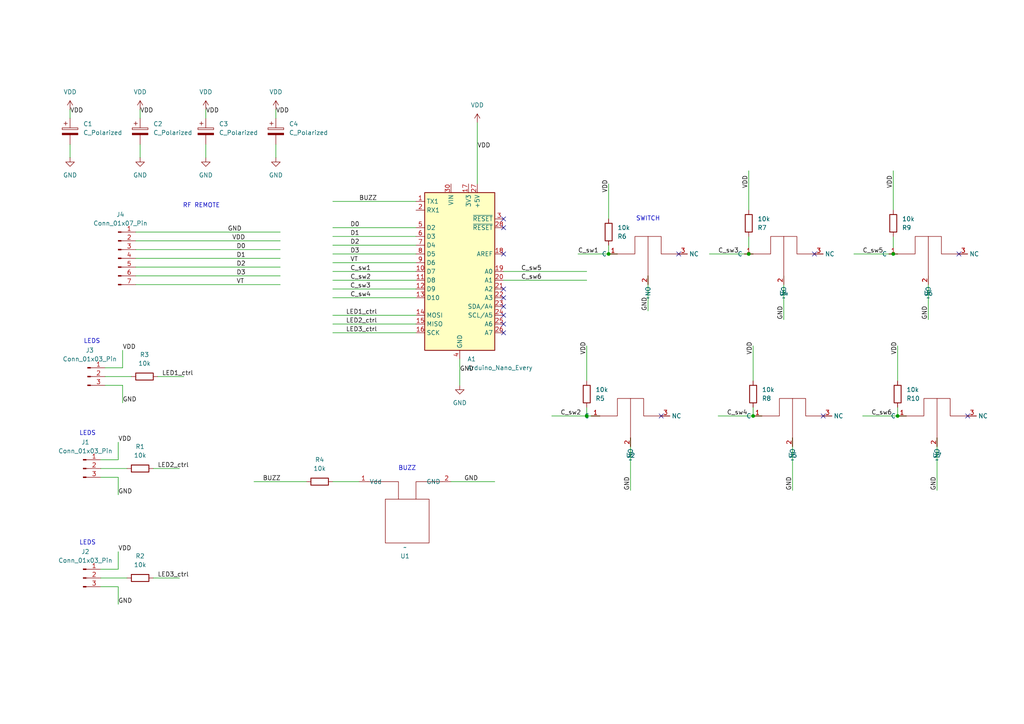
<source format=kicad_sch>
(kicad_sch
	(version 20231120)
	(generator "eeschema")
	(generator_version "8.0")
	(uuid "2802020e-6a03-4f0a-8251-b157edad6a4b")
	(paper "A4")
	(lib_symbols
		(symbol "Connector:Conn_01x03_Pin"
			(pin_names
				(offset 1.016) hide)
			(exclude_from_sim no)
			(in_bom yes)
			(on_board yes)
			(property "Reference" "J"
				(at 0 5.08 0)
				(effects
					(font
						(size 1.27 1.27)
					)
				)
			)
			(property "Value" "Conn_01x03_Pin"
				(at 0 -5.08 0)
				(effects
					(font
						(size 1.27 1.27)
					)
				)
			)
			(property "Footprint" ""
				(at 0 0 0)
				(effects
					(font
						(size 1.27 1.27)
					)
					(hide yes)
				)
			)
			(property "Datasheet" "~"
				(at 0 0 0)
				(effects
					(font
						(size 1.27 1.27)
					)
					(hide yes)
				)
			)
			(property "Description" "Generic connector, single row, 01x03, script generated"
				(at 0 0 0)
				(effects
					(font
						(size 1.27 1.27)
					)
					(hide yes)
				)
			)
			(property "ki_locked" ""
				(at 0 0 0)
				(effects
					(font
						(size 1.27 1.27)
					)
				)
			)
			(property "ki_keywords" "connector"
				(at 0 0 0)
				(effects
					(font
						(size 1.27 1.27)
					)
					(hide yes)
				)
			)
			(property "ki_fp_filters" "Connector*:*_1x??_*"
				(at 0 0 0)
				(effects
					(font
						(size 1.27 1.27)
					)
					(hide yes)
				)
			)
			(symbol "Conn_01x03_Pin_1_1"
				(polyline
					(pts
						(xy 1.27 -2.54) (xy 0.8636 -2.54)
					)
					(stroke
						(width 0.1524)
						(type default)
					)
					(fill
						(type none)
					)
				)
				(polyline
					(pts
						(xy 1.27 0) (xy 0.8636 0)
					)
					(stroke
						(width 0.1524)
						(type default)
					)
					(fill
						(type none)
					)
				)
				(polyline
					(pts
						(xy 1.27 2.54) (xy 0.8636 2.54)
					)
					(stroke
						(width 0.1524)
						(type default)
					)
					(fill
						(type none)
					)
				)
				(rectangle
					(start 0.8636 -2.413)
					(end 0 -2.667)
					(stroke
						(width 0.1524)
						(type default)
					)
					(fill
						(type outline)
					)
				)
				(rectangle
					(start 0.8636 0.127)
					(end 0 -0.127)
					(stroke
						(width 0.1524)
						(type default)
					)
					(fill
						(type outline)
					)
				)
				(rectangle
					(start 0.8636 2.667)
					(end 0 2.413)
					(stroke
						(width 0.1524)
						(type default)
					)
					(fill
						(type outline)
					)
				)
				(pin passive line
					(at 5.08 2.54 180)
					(length 3.81)
					(name "Pin_1"
						(effects
							(font
								(size 1.27 1.27)
							)
						)
					)
					(number "1"
						(effects
							(font
								(size 1.27 1.27)
							)
						)
					)
				)
				(pin passive line
					(at 5.08 0 180)
					(length 3.81)
					(name "Pin_2"
						(effects
							(font
								(size 1.27 1.27)
							)
						)
					)
					(number "2"
						(effects
							(font
								(size 1.27 1.27)
							)
						)
					)
				)
				(pin passive line
					(at 5.08 -2.54 180)
					(length 3.81)
					(name "Pin_3"
						(effects
							(font
								(size 1.27 1.27)
							)
						)
					)
					(number "3"
						(effects
							(font
								(size 1.27 1.27)
							)
						)
					)
				)
			)
		)
		(symbol "Connector:Conn_01x07_Pin"
			(pin_names
				(offset 1.016) hide)
			(exclude_from_sim no)
			(in_bom yes)
			(on_board yes)
			(property "Reference" "J"
				(at 0 10.16 0)
				(effects
					(font
						(size 1.27 1.27)
					)
				)
			)
			(property "Value" "Conn_01x07_Pin"
				(at 0 -10.16 0)
				(effects
					(font
						(size 1.27 1.27)
					)
				)
			)
			(property "Footprint" ""
				(at 0 0 0)
				(effects
					(font
						(size 1.27 1.27)
					)
					(hide yes)
				)
			)
			(property "Datasheet" "~"
				(at 0 0 0)
				(effects
					(font
						(size 1.27 1.27)
					)
					(hide yes)
				)
			)
			(property "Description" "Generic connector, single row, 01x07, script generated"
				(at 0 0 0)
				(effects
					(font
						(size 1.27 1.27)
					)
					(hide yes)
				)
			)
			(property "ki_locked" ""
				(at 0 0 0)
				(effects
					(font
						(size 1.27 1.27)
					)
				)
			)
			(property "ki_keywords" "connector"
				(at 0 0 0)
				(effects
					(font
						(size 1.27 1.27)
					)
					(hide yes)
				)
			)
			(property "ki_fp_filters" "Connector*:*_1x??_*"
				(at 0 0 0)
				(effects
					(font
						(size 1.27 1.27)
					)
					(hide yes)
				)
			)
			(symbol "Conn_01x07_Pin_1_1"
				(polyline
					(pts
						(xy 1.27 -7.62) (xy 0.8636 -7.62)
					)
					(stroke
						(width 0.1524)
						(type default)
					)
					(fill
						(type none)
					)
				)
				(polyline
					(pts
						(xy 1.27 -5.08) (xy 0.8636 -5.08)
					)
					(stroke
						(width 0.1524)
						(type default)
					)
					(fill
						(type none)
					)
				)
				(polyline
					(pts
						(xy 1.27 -2.54) (xy 0.8636 -2.54)
					)
					(stroke
						(width 0.1524)
						(type default)
					)
					(fill
						(type none)
					)
				)
				(polyline
					(pts
						(xy 1.27 0) (xy 0.8636 0)
					)
					(stroke
						(width 0.1524)
						(type default)
					)
					(fill
						(type none)
					)
				)
				(polyline
					(pts
						(xy 1.27 2.54) (xy 0.8636 2.54)
					)
					(stroke
						(width 0.1524)
						(type default)
					)
					(fill
						(type none)
					)
				)
				(polyline
					(pts
						(xy 1.27 5.08) (xy 0.8636 5.08)
					)
					(stroke
						(width 0.1524)
						(type default)
					)
					(fill
						(type none)
					)
				)
				(polyline
					(pts
						(xy 1.27 7.62) (xy 0.8636 7.62)
					)
					(stroke
						(width 0.1524)
						(type default)
					)
					(fill
						(type none)
					)
				)
				(rectangle
					(start 0.8636 -7.493)
					(end 0 -7.747)
					(stroke
						(width 0.1524)
						(type default)
					)
					(fill
						(type outline)
					)
				)
				(rectangle
					(start 0.8636 -4.953)
					(end 0 -5.207)
					(stroke
						(width 0.1524)
						(type default)
					)
					(fill
						(type outline)
					)
				)
				(rectangle
					(start 0.8636 -2.413)
					(end 0 -2.667)
					(stroke
						(width 0.1524)
						(type default)
					)
					(fill
						(type outline)
					)
				)
				(rectangle
					(start 0.8636 0.127)
					(end 0 -0.127)
					(stroke
						(width 0.1524)
						(type default)
					)
					(fill
						(type outline)
					)
				)
				(rectangle
					(start 0.8636 2.667)
					(end 0 2.413)
					(stroke
						(width 0.1524)
						(type default)
					)
					(fill
						(type outline)
					)
				)
				(rectangle
					(start 0.8636 5.207)
					(end 0 4.953)
					(stroke
						(width 0.1524)
						(type default)
					)
					(fill
						(type outline)
					)
				)
				(rectangle
					(start 0.8636 7.747)
					(end 0 7.493)
					(stroke
						(width 0.1524)
						(type default)
					)
					(fill
						(type outline)
					)
				)
				(pin passive line
					(at 5.08 7.62 180)
					(length 3.81)
					(name "Pin_1"
						(effects
							(font
								(size 1.27 1.27)
							)
						)
					)
					(number "1"
						(effects
							(font
								(size 1.27 1.27)
							)
						)
					)
				)
				(pin passive line
					(at 5.08 5.08 180)
					(length 3.81)
					(name "Pin_2"
						(effects
							(font
								(size 1.27 1.27)
							)
						)
					)
					(number "2"
						(effects
							(font
								(size 1.27 1.27)
							)
						)
					)
				)
				(pin passive line
					(at 5.08 2.54 180)
					(length 3.81)
					(name "Pin_3"
						(effects
							(font
								(size 1.27 1.27)
							)
						)
					)
					(number "3"
						(effects
							(font
								(size 1.27 1.27)
							)
						)
					)
				)
				(pin passive line
					(at 5.08 0 180)
					(length 3.81)
					(name "Pin_4"
						(effects
							(font
								(size 1.27 1.27)
							)
						)
					)
					(number "4"
						(effects
							(font
								(size 1.27 1.27)
							)
						)
					)
				)
				(pin passive line
					(at 5.08 -2.54 180)
					(length 3.81)
					(name "Pin_5"
						(effects
							(font
								(size 1.27 1.27)
							)
						)
					)
					(number "5"
						(effects
							(font
								(size 1.27 1.27)
							)
						)
					)
				)
				(pin passive line
					(at 5.08 -5.08 180)
					(length 3.81)
					(name "Pin_6"
						(effects
							(font
								(size 1.27 1.27)
							)
						)
					)
					(number "6"
						(effects
							(font
								(size 1.27 1.27)
							)
						)
					)
				)
				(pin passive line
					(at 5.08 -7.62 180)
					(length 3.81)
					(name "Pin_7"
						(effects
							(font
								(size 1.27 1.27)
							)
						)
					)
					(number "7"
						(effects
							(font
								(size 1.27 1.27)
							)
						)
					)
				)
			)
		)
		(symbol "Device:C_Polarized"
			(pin_numbers hide)
			(pin_names
				(offset 0.254)
			)
			(exclude_from_sim no)
			(in_bom yes)
			(on_board yes)
			(property "Reference" "C"
				(at 0.635 2.54 0)
				(effects
					(font
						(size 1.27 1.27)
					)
					(justify left)
				)
			)
			(property "Value" "C_Polarized"
				(at 0.635 -2.54 0)
				(effects
					(font
						(size 1.27 1.27)
					)
					(justify left)
				)
			)
			(property "Footprint" ""
				(at 0.9652 -3.81 0)
				(effects
					(font
						(size 1.27 1.27)
					)
					(hide yes)
				)
			)
			(property "Datasheet" "~"
				(at 0 0 0)
				(effects
					(font
						(size 1.27 1.27)
					)
					(hide yes)
				)
			)
			(property "Description" "Polarized capacitor"
				(at 0 0 0)
				(effects
					(font
						(size 1.27 1.27)
					)
					(hide yes)
				)
			)
			(property "ki_keywords" "cap capacitor"
				(at 0 0 0)
				(effects
					(font
						(size 1.27 1.27)
					)
					(hide yes)
				)
			)
			(property "ki_fp_filters" "CP_*"
				(at 0 0 0)
				(effects
					(font
						(size 1.27 1.27)
					)
					(hide yes)
				)
			)
			(symbol "C_Polarized_0_1"
				(rectangle
					(start -2.286 0.508)
					(end 2.286 1.016)
					(stroke
						(width 0)
						(type default)
					)
					(fill
						(type none)
					)
				)
				(polyline
					(pts
						(xy -1.778 2.286) (xy -0.762 2.286)
					)
					(stroke
						(width 0)
						(type default)
					)
					(fill
						(type none)
					)
				)
				(polyline
					(pts
						(xy -1.27 2.794) (xy -1.27 1.778)
					)
					(stroke
						(width 0)
						(type default)
					)
					(fill
						(type none)
					)
				)
				(rectangle
					(start 2.286 -0.508)
					(end -2.286 -1.016)
					(stroke
						(width 0)
						(type default)
					)
					(fill
						(type outline)
					)
				)
			)
			(symbol "C_Polarized_1_1"
				(pin passive line
					(at 0 3.81 270)
					(length 2.794)
					(name "~"
						(effects
							(font
								(size 1.27 1.27)
							)
						)
					)
					(number "1"
						(effects
							(font
								(size 1.27 1.27)
							)
						)
					)
				)
				(pin passive line
					(at 0 -3.81 90)
					(length 2.794)
					(name "~"
						(effects
							(font
								(size 1.27 1.27)
							)
						)
					)
					(number "2"
						(effects
							(font
								(size 1.27 1.27)
							)
						)
					)
				)
			)
		)
		(symbol "Device:R"
			(pin_numbers hide)
			(pin_names
				(offset 0)
			)
			(exclude_from_sim no)
			(in_bom yes)
			(on_board yes)
			(property "Reference" "R"
				(at 2.032 0 90)
				(effects
					(font
						(size 1.27 1.27)
					)
				)
			)
			(property "Value" "R"
				(at 0 0 90)
				(effects
					(font
						(size 1.27 1.27)
					)
				)
			)
			(property "Footprint" ""
				(at -1.778 0 90)
				(effects
					(font
						(size 1.27 1.27)
					)
					(hide yes)
				)
			)
			(property "Datasheet" "~"
				(at 0 0 0)
				(effects
					(font
						(size 1.27 1.27)
					)
					(hide yes)
				)
			)
			(property "Description" "Resistor"
				(at 0 0 0)
				(effects
					(font
						(size 1.27 1.27)
					)
					(hide yes)
				)
			)
			(property "ki_keywords" "R res resistor"
				(at 0 0 0)
				(effects
					(font
						(size 1.27 1.27)
					)
					(hide yes)
				)
			)
			(property "ki_fp_filters" "R_*"
				(at 0 0 0)
				(effects
					(font
						(size 1.27 1.27)
					)
					(hide yes)
				)
			)
			(symbol "R_0_1"
				(rectangle
					(start -1.016 -2.54)
					(end 1.016 2.54)
					(stroke
						(width 0.254)
						(type default)
					)
					(fill
						(type none)
					)
				)
			)
			(symbol "R_1_1"
				(pin passive line
					(at 0 3.81 270)
					(length 1.27)
					(name "~"
						(effects
							(font
								(size 1.27 1.27)
							)
						)
					)
					(number "1"
						(effects
							(font
								(size 1.27 1.27)
							)
						)
					)
				)
				(pin passive line
					(at 0 -3.81 90)
					(length 1.27)
					(name "~"
						(effects
							(font
								(size 1.27 1.27)
							)
						)
					)
					(number "2"
						(effects
							(font
								(size 1.27 1.27)
							)
						)
					)
				)
			)
		)
		(symbol "MCU_Module:Arduino_Nano_Every"
			(exclude_from_sim no)
			(in_bom yes)
			(on_board yes)
			(property "Reference" "A"
				(at -10.16 23.495 0)
				(effects
					(font
						(size 1.27 1.27)
					)
					(justify left bottom)
				)
			)
			(property "Value" "Arduino_Nano_Every"
				(at 5.08 -24.13 0)
				(effects
					(font
						(size 1.27 1.27)
					)
					(justify left top)
				)
			)
			(property "Footprint" "Module:Arduino_Nano"
				(at 0 0 0)
				(effects
					(font
						(size 1.27 1.27)
						(italic yes)
					)
					(hide yes)
				)
			)
			(property "Datasheet" "https://content.arduino.cc/assets/NANOEveryV3.0_sch.pdf"
				(at 0 0 0)
				(effects
					(font
						(size 1.27 1.27)
					)
					(hide yes)
				)
			)
			(property "Description" "Arduino Nano Every"
				(at 0 0 0)
				(effects
					(font
						(size 1.27 1.27)
					)
					(hide yes)
				)
			)
			(property "ki_keywords" "Arduino nano microcontroller module USB UPDI AATMega4809 AVR"
				(at 0 0 0)
				(effects
					(font
						(size 1.27 1.27)
					)
					(hide yes)
				)
			)
			(property "ki_fp_filters" "Arduino*Nano*"
				(at 0 0 0)
				(effects
					(font
						(size 1.27 1.27)
					)
					(hide yes)
				)
			)
			(symbol "Arduino_Nano_Every_0_1"
				(rectangle
					(start -10.16 22.86)
					(end 10.16 -22.86)
					(stroke
						(width 0.254)
						(type default)
					)
					(fill
						(type background)
					)
				)
			)
			(symbol "Arduino_Nano_Every_1_1"
				(pin bidirectional line
					(at -12.7 20.32 0)
					(length 2.54)
					(name "TX1"
						(effects
							(font
								(size 1.27 1.27)
							)
						)
					)
					(number "1"
						(effects
							(font
								(size 1.27 1.27)
							)
						)
					)
				)
				(pin bidirectional line
					(at -12.7 0 0)
					(length 2.54)
					(name "D7"
						(effects
							(font
								(size 1.27 1.27)
							)
						)
					)
					(number "10"
						(effects
							(font
								(size 1.27 1.27)
							)
						)
					)
				)
				(pin bidirectional line
					(at -12.7 -2.54 0)
					(length 2.54)
					(name "D8"
						(effects
							(font
								(size 1.27 1.27)
							)
						)
					)
					(number "11"
						(effects
							(font
								(size 1.27 1.27)
							)
						)
					)
				)
				(pin bidirectional line
					(at -12.7 -5.08 0)
					(length 2.54)
					(name "D9"
						(effects
							(font
								(size 1.27 1.27)
							)
						)
					)
					(number "12"
						(effects
							(font
								(size 1.27 1.27)
							)
						)
					)
				)
				(pin bidirectional line
					(at -12.7 -7.62 0)
					(length 2.54)
					(name "D10"
						(effects
							(font
								(size 1.27 1.27)
							)
						)
					)
					(number "13"
						(effects
							(font
								(size 1.27 1.27)
							)
						)
					)
				)
				(pin bidirectional line
					(at -12.7 -12.7 0)
					(length 2.54)
					(name "MOSI"
						(effects
							(font
								(size 1.27 1.27)
							)
						)
					)
					(number "14"
						(effects
							(font
								(size 1.27 1.27)
							)
						)
					)
				)
				(pin bidirectional line
					(at -12.7 -15.24 0)
					(length 2.54)
					(name "MISO"
						(effects
							(font
								(size 1.27 1.27)
							)
						)
					)
					(number "15"
						(effects
							(font
								(size 1.27 1.27)
							)
						)
					)
				)
				(pin bidirectional line
					(at -12.7 -17.78 0)
					(length 2.54)
					(name "SCK"
						(effects
							(font
								(size 1.27 1.27)
							)
						)
					)
					(number "16"
						(effects
							(font
								(size 1.27 1.27)
							)
						)
					)
				)
				(pin power_out line
					(at 2.54 25.4 270)
					(length 2.54)
					(name "3V3"
						(effects
							(font
								(size 1.27 1.27)
							)
						)
					)
					(number "17"
						(effects
							(font
								(size 1.27 1.27)
							)
						)
					)
				)
				(pin input line
					(at 12.7 5.08 180)
					(length 2.54)
					(name "AREF"
						(effects
							(font
								(size 1.27 1.27)
							)
						)
					)
					(number "18"
						(effects
							(font
								(size 1.27 1.27)
							)
						)
					)
				)
				(pin bidirectional line
					(at 12.7 0 180)
					(length 2.54)
					(name "A0"
						(effects
							(font
								(size 1.27 1.27)
							)
						)
					)
					(number "19"
						(effects
							(font
								(size 1.27 1.27)
							)
						)
					)
				)
				(pin bidirectional line
					(at -12.7 17.78 0)
					(length 2.54)
					(name "RX1"
						(effects
							(font
								(size 1.27 1.27)
							)
						)
					)
					(number "2"
						(effects
							(font
								(size 1.27 1.27)
							)
						)
					)
				)
				(pin bidirectional line
					(at 12.7 -2.54 180)
					(length 2.54)
					(name "A1"
						(effects
							(font
								(size 1.27 1.27)
							)
						)
					)
					(number "20"
						(effects
							(font
								(size 1.27 1.27)
							)
						)
					)
				)
				(pin bidirectional line
					(at 12.7 -5.08 180)
					(length 2.54)
					(name "A2"
						(effects
							(font
								(size 1.27 1.27)
							)
						)
					)
					(number "21"
						(effects
							(font
								(size 1.27 1.27)
							)
						)
					)
				)
				(pin bidirectional line
					(at 12.7 -7.62 180)
					(length 2.54)
					(name "A3"
						(effects
							(font
								(size 1.27 1.27)
							)
						)
					)
					(number "22"
						(effects
							(font
								(size 1.27 1.27)
							)
						)
					)
				)
				(pin bidirectional line
					(at 12.7 -10.16 180)
					(length 2.54)
					(name "SDA/A4"
						(effects
							(font
								(size 1.27 1.27)
							)
						)
					)
					(number "23"
						(effects
							(font
								(size 1.27 1.27)
							)
						)
					)
				)
				(pin bidirectional line
					(at 12.7 -12.7 180)
					(length 2.54)
					(name "SCL/A5"
						(effects
							(font
								(size 1.27 1.27)
							)
						)
					)
					(number "24"
						(effects
							(font
								(size 1.27 1.27)
							)
						)
					)
				)
				(pin bidirectional line
					(at 12.7 -15.24 180)
					(length 2.54)
					(name "A6"
						(effects
							(font
								(size 1.27 1.27)
							)
						)
					)
					(number "25"
						(effects
							(font
								(size 1.27 1.27)
							)
						)
					)
				)
				(pin bidirectional line
					(at 12.7 -17.78 180)
					(length 2.54)
					(name "A7"
						(effects
							(font
								(size 1.27 1.27)
							)
						)
					)
					(number "26"
						(effects
							(font
								(size 1.27 1.27)
							)
						)
					)
				)
				(pin power_out line
					(at 5.08 25.4 270)
					(length 2.54)
					(name "+5V"
						(effects
							(font
								(size 1.27 1.27)
							)
						)
					)
					(number "27"
						(effects
							(font
								(size 1.27 1.27)
							)
						)
					)
				)
				(pin input line
					(at 12.7 12.7 180)
					(length 2.54)
					(name "~{RESET}"
						(effects
							(font
								(size 1.27 1.27)
							)
						)
					)
					(number "28"
						(effects
							(font
								(size 1.27 1.27)
							)
						)
					)
				)
				(pin passive line
					(at 0 -25.4 90)
					(length 2.54) hide
					(name "GND"
						(effects
							(font
								(size 1.27 1.27)
							)
						)
					)
					(number "29"
						(effects
							(font
								(size 1.27 1.27)
							)
						)
					)
				)
				(pin input line
					(at 12.7 15.24 180)
					(length 2.54)
					(name "~{RESET}"
						(effects
							(font
								(size 1.27 1.27)
							)
						)
					)
					(number "3"
						(effects
							(font
								(size 1.27 1.27)
							)
						)
					)
				)
				(pin power_in line
					(at -2.54 25.4 270)
					(length 2.54)
					(name "VIN"
						(effects
							(font
								(size 1.27 1.27)
							)
						)
					)
					(number "30"
						(effects
							(font
								(size 1.27 1.27)
							)
						)
					)
				)
				(pin power_in line
					(at 0 -25.4 90)
					(length 2.54)
					(name "GND"
						(effects
							(font
								(size 1.27 1.27)
							)
						)
					)
					(number "4"
						(effects
							(font
								(size 1.27 1.27)
							)
						)
					)
				)
				(pin bidirectional line
					(at -12.7 12.7 0)
					(length 2.54)
					(name "D2"
						(effects
							(font
								(size 1.27 1.27)
							)
						)
					)
					(number "5"
						(effects
							(font
								(size 1.27 1.27)
							)
						)
					)
				)
				(pin bidirectional line
					(at -12.7 10.16 0)
					(length 2.54)
					(name "D3"
						(effects
							(font
								(size 1.27 1.27)
							)
						)
					)
					(number "6"
						(effects
							(font
								(size 1.27 1.27)
							)
						)
					)
				)
				(pin bidirectional line
					(at -12.7 7.62 0)
					(length 2.54)
					(name "D4"
						(effects
							(font
								(size 1.27 1.27)
							)
						)
					)
					(number "7"
						(effects
							(font
								(size 1.27 1.27)
							)
						)
					)
				)
				(pin bidirectional line
					(at -12.7 5.08 0)
					(length 2.54)
					(name "D5"
						(effects
							(font
								(size 1.27 1.27)
							)
						)
					)
					(number "8"
						(effects
							(font
								(size 1.27 1.27)
							)
						)
					)
				)
				(pin bidirectional line
					(at -12.7 2.54 0)
					(length 2.54)
					(name "D6"
						(effects
							(font
								(size 1.27 1.27)
							)
						)
					)
					(number "9"
						(effects
							(font
								(size 1.27 1.27)
							)
						)
					)
				)
			)
		)
		(symbol "Toy_needed_stuff:Buzz_PS1240"
			(exclude_from_sim no)
			(in_bom yes)
			(on_board yes)
			(property "Reference" "U"
				(at 0 0 0)
				(effects
					(font
						(size 1.27 1.27)
					)
				)
			)
			(property "Value" ""
				(at 0 0 0)
				(effects
					(font
						(size 1.27 1.27)
					)
				)
			)
			(property "Footprint" ""
				(at 0 0 0)
				(effects
					(font
						(size 1.27 1.27)
					)
					(hide yes)
				)
			)
			(property "Datasheet" ""
				(at 0 0 0)
				(effects
					(font
						(size 1.27 1.27)
					)
					(hide yes)
				)
			)
			(property "Description" ""
				(at 0 0 0)
				(effects
					(font
						(size 1.27 1.27)
					)
					(hide yes)
				)
			)
			(symbol "Buzz_PS1240_0_1"
				(rectangle
					(start -5.08 -5.08)
					(end 7.62 -17.78)
					(stroke
						(width 0)
						(type default)
					)
					(fill
						(type none)
					)
				)
				(polyline
					(pts
						(xy -1.27 -17.78) (xy -1.27 -22.86) (xy -10.16 -22.86)
					)
					(stroke
						(width 0)
						(type default)
					)
					(fill
						(type none)
					)
				)
				(polyline
					(pts
						(xy 3.81 -17.78) (xy 3.81 -22.86) (xy 11.43 -22.86)
					)
					(stroke
						(width 0)
						(type default)
					)
					(fill
						(type none)
					)
				)
			)
			(symbol "Buzz_PS1240_1_1"
				(pin input line
					(at -12.7 -22.86 0)
					(length 2.54)
					(name "Vdd"
						(effects
							(font
								(size 1.27 1.27)
							)
						)
					)
					(number "1"
						(effects
							(font
								(size 1.27 1.27)
							)
						)
					)
				)
				(pin input line
					(at 13.97 -22.86 180)
					(length 2.54)
					(name "GND"
						(effects
							(font
								(size 1.27 1.27)
							)
						)
					)
					(number "2"
						(effects
							(font
								(size 1.27 1.27)
							)
						)
					)
				)
			)
		)
		(symbol "Toy_needed_stuff:SW_toy"
			(exclude_from_sim no)
			(in_bom yes)
			(on_board yes)
			(property "Reference" "U"
				(at -3.556 10.922 0)
				(effects
					(font
						(size 1.27 1.27)
					)
				)
			)
			(property "Value" ""
				(at -3.81 1.27 0)
				(effects
					(font
						(size 1.27 1.27)
					)
				)
			)
			(property "Footprint" ""
				(at -3.81 1.27 0)
				(effects
					(font
						(size 1.27 1.27)
					)
					(hide yes)
				)
			)
			(property "Datasheet" ""
				(at -3.81 1.27 0)
				(effects
					(font
						(size 1.27 1.27)
					)
					(hide yes)
				)
			)
			(property "Description" ""
				(at -3.81 1.27 0)
				(effects
					(font
						(size 1.27 1.27)
					)
					(hide yes)
				)
			)
			(symbol "SW_toy_0_1"
				(polyline
					(pts
						(xy 5.08 -5.08) (xy -6.35 -5.08)
					)
					(stroke
						(width 0)
						(type default)
					)
					(fill
						(type none)
					)
				)
				(polyline
					(pts
						(xy 0 3.81) (xy 0 -1.27) (xy 5.08 -1.27) (xy 5.08 -8.89) (xy 0 -8.89) (xy 0 -13.97)
					)
					(stroke
						(width 0)
						(type default)
					)
					(fill
						(type none)
					)
				)
			)
			(symbol "SW_toy_1_1"
				(pin bidirectional line
					(at 0 3.81 90)
					(length 2.54)
					(name "C"
						(effects
							(font
								(size 1.27 1.27)
							)
						)
					)
					(number "1"
						(effects
							(font
								(size 1.27 1.27)
							)
						)
					)
				)
				(pin bidirectional line
					(at -6.35 -5.08 180)
					(length 2.54)
					(name "NO"
						(effects
							(font
								(size 1.27 1.27)
							)
						)
					)
					(number "2"
						(effects
							(font
								(size 1.27 1.27)
							)
						)
					)
				)
				(pin bidirectional line
					(at 0 -13.97 270)
					(length 2.54)
					(name "NC"
						(effects
							(font
								(size 1.27 1.27)
							)
						)
					)
					(number "3"
						(effects
							(font
								(size 1.27 1.27)
							)
						)
					)
				)
			)
		)
		(symbol "power:GND"
			(power)
			(pin_numbers hide)
			(pin_names
				(offset 0) hide)
			(exclude_from_sim no)
			(in_bom yes)
			(on_board yes)
			(property "Reference" "#PWR"
				(at 0 -6.35 0)
				(effects
					(font
						(size 1.27 1.27)
					)
					(hide yes)
				)
			)
			(property "Value" "GND"
				(at 0 -3.81 0)
				(effects
					(font
						(size 1.27 1.27)
					)
				)
			)
			(property "Footprint" ""
				(at 0 0 0)
				(effects
					(font
						(size 1.27 1.27)
					)
					(hide yes)
				)
			)
			(property "Datasheet" ""
				(at 0 0 0)
				(effects
					(font
						(size 1.27 1.27)
					)
					(hide yes)
				)
			)
			(property "Description" "Power symbol creates a global label with name \"GND\" , ground"
				(at 0 0 0)
				(effects
					(font
						(size 1.27 1.27)
					)
					(hide yes)
				)
			)
			(property "ki_keywords" "global power"
				(at 0 0 0)
				(effects
					(font
						(size 1.27 1.27)
					)
					(hide yes)
				)
			)
			(symbol "GND_0_1"
				(polyline
					(pts
						(xy 0 0) (xy 0 -1.27) (xy 1.27 -1.27) (xy 0 -2.54) (xy -1.27 -1.27) (xy 0 -1.27)
					)
					(stroke
						(width 0)
						(type default)
					)
					(fill
						(type none)
					)
				)
			)
			(symbol "GND_1_1"
				(pin power_in line
					(at 0 0 270)
					(length 0)
					(name "~"
						(effects
							(font
								(size 1.27 1.27)
							)
						)
					)
					(number "1"
						(effects
							(font
								(size 1.27 1.27)
							)
						)
					)
				)
			)
		)
		(symbol "power:VDD"
			(power)
			(pin_numbers hide)
			(pin_names
				(offset 0) hide)
			(exclude_from_sim no)
			(in_bom yes)
			(on_board yes)
			(property "Reference" "#PWR"
				(at 0 -3.81 0)
				(effects
					(font
						(size 1.27 1.27)
					)
					(hide yes)
				)
			)
			(property "Value" "VDD"
				(at 0 3.556 0)
				(effects
					(font
						(size 1.27 1.27)
					)
				)
			)
			(property "Footprint" ""
				(at 0 0 0)
				(effects
					(font
						(size 1.27 1.27)
					)
					(hide yes)
				)
			)
			(property "Datasheet" ""
				(at 0 0 0)
				(effects
					(font
						(size 1.27 1.27)
					)
					(hide yes)
				)
			)
			(property "Description" "Power symbol creates a global label with name \"VDD\""
				(at 0 0 0)
				(effects
					(font
						(size 1.27 1.27)
					)
					(hide yes)
				)
			)
			(property "ki_keywords" "global power"
				(at 0 0 0)
				(effects
					(font
						(size 1.27 1.27)
					)
					(hide yes)
				)
			)
			(symbol "VDD_0_1"
				(polyline
					(pts
						(xy -0.762 1.27) (xy 0 2.54)
					)
					(stroke
						(width 0)
						(type default)
					)
					(fill
						(type none)
					)
				)
				(polyline
					(pts
						(xy 0 0) (xy 0 2.54)
					)
					(stroke
						(width 0)
						(type default)
					)
					(fill
						(type none)
					)
				)
				(polyline
					(pts
						(xy 0 2.54) (xy 0.762 1.27)
					)
					(stroke
						(width 0)
						(type default)
					)
					(fill
						(type none)
					)
				)
			)
			(symbol "VDD_1_1"
				(pin power_in line
					(at 0 0 90)
					(length 0)
					(name "~"
						(effects
							(font
								(size 1.27 1.27)
							)
						)
					)
					(number "1"
						(effects
							(font
								(size 1.27 1.27)
							)
						)
					)
				)
			)
		)
	)
	(junction
		(at 170.18 120.65)
		(diameter 0)
		(color 0 0 0 0)
		(uuid "13bffee6-8b71-4227-9ac7-f9924d3ba0e8")
	)
	(junction
		(at 260.35 120.65)
		(diameter 0)
		(color 0 0 0 0)
		(uuid "15a75937-cb57-4e9d-b9df-07090795d387")
	)
	(junction
		(at 217.17 73.66)
		(diameter 0)
		(color 0 0 0 0)
		(uuid "4485fef1-0291-4916-a668-7c308e9a9f53")
	)
	(junction
		(at 218.44 120.65)
		(diameter 0)
		(color 0 0 0 0)
		(uuid "48056b69-5f93-429b-ac40-5af765a17aa3")
	)
	(junction
		(at 259.08 73.66)
		(diameter 0)
		(color 0 0 0 0)
		(uuid "5085362c-0fdb-48c4-9d3e-16cdae2c7b33")
	)
	(junction
		(at 176.53 73.66)
		(diameter 0)
		(color 0 0 0 0)
		(uuid "8b8ab938-2795-474b-b6f2-78ec5423fdd0")
	)
	(no_connect
		(at 146.05 93.98)
		(uuid "108b2c29-61b8-4ecf-8ee8-78be3a37bf4f")
	)
	(no_connect
		(at 146.05 91.44)
		(uuid "11fe889a-cb97-4263-911e-d8f17b9694ec")
	)
	(no_connect
		(at 191.77 120.65)
		(uuid "2395383b-25a9-4c9d-8bee-73a57ea8c1b4")
	)
	(no_connect
		(at 146.05 66.04)
		(uuid "2654c4ba-5dca-4552-8e2a-ca7022446fab")
	)
	(no_connect
		(at 146.05 73.66)
		(uuid "2781cd93-27ef-48b0-8cf7-7230035f33cd")
	)
	(no_connect
		(at 278.13 73.66)
		(uuid "2af05918-41fb-4b9b-9a2d-40f09df539fe")
	)
	(no_connect
		(at 280.67 120.65)
		(uuid "6a116fab-d8b2-4284-8005-cb4b577dc944")
	)
	(no_connect
		(at 146.05 83.82)
		(uuid "7d9f623b-bd36-44c2-be5a-28fdc2f7467f")
	)
	(no_connect
		(at 238.76 120.65)
		(uuid "81dac9e2-e8bd-4e52-a698-1b4d5fd3cfd1")
	)
	(no_connect
		(at 236.22 73.66)
		(uuid "8f2f132f-3a02-407b-855d-71a8ae4f9ad7")
	)
	(no_connect
		(at 146.05 96.52)
		(uuid "ac88d2a4-3b60-4622-84dd-15433ac20491")
	)
	(no_connect
		(at 146.05 63.5)
		(uuid "ad1db885-52ab-422d-be47-41490adfca9b")
	)
	(no_connect
		(at 196.85 73.66)
		(uuid "d04a58aa-e247-471c-85cc-a759ab45863a")
	)
	(no_connect
		(at 146.05 88.9)
		(uuid "da890068-575f-4cc1-ba0b-223a21bb402b")
	)
	(no_connect
		(at 146.05 86.36)
		(uuid "fd4186f9-2bce-4287-aebb-838e77aced62")
	)
	(wire
		(pts
			(xy 96.52 81.28) (xy 120.65 81.28)
		)
		(stroke
			(width 0)
			(type default)
		)
		(uuid "006a8420-1346-4ed0-9e0c-a95086dff0fb")
	)
	(wire
		(pts
			(xy 96.52 96.52) (xy 120.65 96.52)
		)
		(stroke
			(width 0)
			(type default)
		)
		(uuid "0591b833-a8a1-4412-905b-bd33c4a0821b")
	)
	(wire
		(pts
			(xy 259.08 49.53) (xy 259.08 60.96)
		)
		(stroke
			(width 0)
			(type default)
		)
		(uuid "05bcc687-9fc6-4c04-8216-eb3355ffbc0b")
	)
	(wire
		(pts
			(xy 45.72 109.22) (xy 53.34 109.22)
		)
		(stroke
			(width 0)
			(type default)
		)
		(uuid "07058552-6616-4dd1-832f-5c702cdf50d7")
	)
	(wire
		(pts
			(xy 59.69 31.75) (xy 59.69 34.29)
		)
		(stroke
			(width 0)
			(type default)
		)
		(uuid "0993126e-eb0b-457d-be6c-efbd9c96771b")
	)
	(wire
		(pts
			(xy 96.52 78.74) (xy 120.65 78.74)
		)
		(stroke
			(width 0)
			(type default)
		)
		(uuid "0a7ef2d9-fb67-4a80-a98c-3efc9e23a7cd")
	)
	(wire
		(pts
			(xy 187.96 80.01) (xy 187.96 90.17)
		)
		(stroke
			(width 0)
			(type default)
		)
		(uuid "0aa8153e-11de-425c-a650-05cde61b61e8")
	)
	(wire
		(pts
			(xy 73.66 139.7) (xy 88.9 139.7)
		)
		(stroke
			(width 0)
			(type default)
		)
		(uuid "0b0959b5-53fa-4161-9adb-bc1de4f949b4")
	)
	(wire
		(pts
			(xy 96.52 91.44) (xy 120.65 91.44)
		)
		(stroke
			(width 0)
			(type default)
		)
		(uuid "0b6819ce-5caa-4ce9-b245-544ae98687a3")
	)
	(wire
		(pts
			(xy 218.44 118.11) (xy 218.44 120.65)
		)
		(stroke
			(width 0)
			(type default)
		)
		(uuid "19906b49-a824-465e-8c94-debf783ca23c")
	)
	(wire
		(pts
			(xy 96.52 66.04) (xy 120.65 66.04)
		)
		(stroke
			(width 0)
			(type default)
		)
		(uuid "1b6e58aa-0134-499e-a0a9-fd68d8d25a2a")
	)
	(wire
		(pts
			(xy 34.29 128.27) (xy 34.29 133.35)
		)
		(stroke
			(width 0)
			(type default)
		)
		(uuid "1c77c86f-2cad-4b34-99c6-05149b834f9e")
	)
	(wire
		(pts
			(xy 40.64 41.91) (xy 40.64 45.72)
		)
		(stroke
			(width 0)
			(type default)
		)
		(uuid "1f9d16ab-1ab4-4126-bb55-b80b774b76c3")
	)
	(wire
		(pts
			(xy 176.53 71.12) (xy 176.53 73.66)
		)
		(stroke
			(width 0)
			(type default)
		)
		(uuid "20324229-b6e6-4a61-add0-eb7b40ff8e75")
	)
	(wire
		(pts
			(xy 44.45 135.89) (xy 52.07 135.89)
		)
		(stroke
			(width 0)
			(type default)
		)
		(uuid "26253ed5-5e46-484c-bd43-9edc5bd48fa8")
	)
	(wire
		(pts
			(xy 146.05 81.28) (xy 170.18 81.28)
		)
		(stroke
			(width 0)
			(type default)
		)
		(uuid "2744bdce-12db-4ca8-8c7a-ed3eee232a9c")
	)
	(wire
		(pts
			(xy 176.53 53.34) (xy 176.53 63.5)
		)
		(stroke
			(width 0)
			(type default)
		)
		(uuid "27d7993b-ab48-4f2a-bd34-c340f9abc8b0")
	)
	(wire
		(pts
			(xy 80.01 31.75) (xy 80.01 34.29)
		)
		(stroke
			(width 0)
			(type default)
		)
		(uuid "2fd4b12e-73f2-4600-ad3b-25c9ba62e745")
	)
	(wire
		(pts
			(xy 30.48 106.68) (xy 35.56 106.68)
		)
		(stroke
			(width 0)
			(type default)
		)
		(uuid "35998141-f252-4469-90b1-dfc2ea8e3177")
	)
	(wire
		(pts
			(xy 44.45 167.64) (xy 52.07 167.64)
		)
		(stroke
			(width 0)
			(type default)
		)
		(uuid "3b57554c-8bb8-412b-8dbf-989155b76c71")
	)
	(wire
		(pts
			(xy 259.08 73.66) (xy 260.35 73.66)
		)
		(stroke
			(width 0)
			(type default)
		)
		(uuid "3c2b22d8-fdef-4ec5-8761-b46e24c3b23c")
	)
	(wire
		(pts
			(xy 39.37 69.85) (xy 81.28 69.85)
		)
		(stroke
			(width 0)
			(type default)
		)
		(uuid "3e4d79c3-c31c-468e-9f6c-4f09de1100d1")
	)
	(wire
		(pts
			(xy 39.37 80.01) (xy 81.28 80.01)
		)
		(stroke
			(width 0)
			(type default)
		)
		(uuid "44d1ae02-7b45-4181-bf6b-3d9b15571654")
	)
	(wire
		(pts
			(xy 34.29 138.43) (xy 34.29 143.51)
		)
		(stroke
			(width 0)
			(type default)
		)
		(uuid "468bcadb-ca74-4c96-a21b-3b910e750d67")
	)
	(wire
		(pts
			(xy 96.52 73.66) (xy 120.65 73.66)
		)
		(stroke
			(width 0)
			(type default)
		)
		(uuid "48478c57-a91a-4ec0-b0f2-f52358d59216")
	)
	(wire
		(pts
			(xy 34.29 160.02) (xy 34.29 165.1)
		)
		(stroke
			(width 0)
			(type default)
		)
		(uuid "4bad616c-51de-4805-8daf-a0b33896a07b")
	)
	(wire
		(pts
			(xy 39.37 72.39) (xy 81.28 72.39)
		)
		(stroke
			(width 0)
			(type default)
		)
		(uuid "4d220176-b86c-4fc7-99de-e5e8d3502d9f")
	)
	(wire
		(pts
			(xy 59.69 41.91) (xy 59.69 45.72)
		)
		(stroke
			(width 0)
			(type default)
		)
		(uuid "4d99e64f-c111-4f21-a87c-80c4a8521980")
	)
	(wire
		(pts
			(xy 96.52 83.82) (xy 120.65 83.82)
		)
		(stroke
			(width 0)
			(type default)
		)
		(uuid "4eed40c7-b06e-427c-9ad3-af89257d4623")
	)
	(wire
		(pts
			(xy 176.53 73.66) (xy 179.07 73.66)
		)
		(stroke
			(width 0)
			(type default)
		)
		(uuid "57cb40da-491b-456c-8997-4ed05e66617a")
	)
	(wire
		(pts
			(xy 167.64 73.66) (xy 176.53 73.66)
		)
		(stroke
			(width 0)
			(type default)
		)
		(uuid "5916a6f3-83c8-4b47-8859-552f559d4de5")
	)
	(wire
		(pts
			(xy 229.87 127) (xy 229.87 142.24)
		)
		(stroke
			(width 0)
			(type default)
		)
		(uuid "5c6baf53-5143-4e54-aa74-edc0ba0b2915")
	)
	(wire
		(pts
			(xy 29.21 167.64) (xy 36.83 167.64)
		)
		(stroke
			(width 0)
			(type default)
		)
		(uuid "5ea2f933-31f3-4189-8da4-ef8e8ba7fd36")
	)
	(wire
		(pts
			(xy 35.56 111.76) (xy 35.56 116.84)
		)
		(stroke
			(width 0)
			(type default)
		)
		(uuid "5f0844e7-c62c-45fa-8665-dc0198a36520")
	)
	(wire
		(pts
			(xy 170.18 118.11) (xy 170.18 120.65)
		)
		(stroke
			(width 0)
			(type default)
		)
		(uuid "6461652d-9e74-4bb8-80ca-e70d98c1a097")
	)
	(wire
		(pts
			(xy 29.21 138.43) (xy 34.29 138.43)
		)
		(stroke
			(width 0)
			(type default)
		)
		(uuid "6aa5b272-66eb-43d8-90c8-6c799324f335")
	)
	(wire
		(pts
			(xy 20.32 31.75) (xy 20.32 34.29)
		)
		(stroke
			(width 0)
			(type default)
		)
		(uuid "6aa9cf61-33f3-4c6f-97d1-a57d2ee2a063")
	)
	(wire
		(pts
			(xy 29.21 135.89) (xy 36.83 135.89)
		)
		(stroke
			(width 0)
			(type default)
		)
		(uuid "6be39915-cfd3-4988-95bf-9c7eb7ab8229")
	)
	(wire
		(pts
			(xy 20.32 41.91) (xy 20.32 45.72)
		)
		(stroke
			(width 0)
			(type default)
		)
		(uuid "6c466dc8-61ef-4ae2-8ec5-a44c57e4db09")
	)
	(wire
		(pts
			(xy 34.29 170.18) (xy 34.29 175.26)
		)
		(stroke
			(width 0)
			(type default)
		)
		(uuid "6ed8aaa1-616d-4b68-9784-76d5e526eb73")
	)
	(wire
		(pts
			(xy 96.52 71.12) (xy 120.65 71.12)
		)
		(stroke
			(width 0)
			(type default)
		)
		(uuid "71cc1832-300a-44fe-a7f4-fe7d783bff2c")
	)
	(wire
		(pts
			(xy 35.56 101.6) (xy 35.56 106.68)
		)
		(stroke
			(width 0)
			(type default)
		)
		(uuid "759b00c8-d187-4041-8ea9-bdc9426700db")
	)
	(wire
		(pts
			(xy 39.37 74.93) (xy 81.28 74.93)
		)
		(stroke
			(width 0)
			(type default)
		)
		(uuid "845d1c1a-4701-49d5-a5d0-88afaafe6880")
	)
	(wire
		(pts
			(xy 160.02 120.65) (xy 170.18 120.65)
		)
		(stroke
			(width 0)
			(type default)
		)
		(uuid "84d13d3a-25af-4b29-9f53-a7989eda5b54")
	)
	(wire
		(pts
			(xy 80.01 41.91) (xy 80.01 45.72)
		)
		(stroke
			(width 0)
			(type default)
		)
		(uuid "85ce4f4f-7d64-4ed7-9ee4-9704630a4f94")
	)
	(wire
		(pts
			(xy 96.52 58.42) (xy 120.65 58.42)
		)
		(stroke
			(width 0)
			(type default)
		)
		(uuid "9002024c-d35e-450a-ab06-1d58bd571800")
	)
	(wire
		(pts
			(xy 30.48 109.22) (xy 38.1 109.22)
		)
		(stroke
			(width 0)
			(type default)
		)
		(uuid "91d1a9f9-fa96-4e2c-b7a4-57c21e90308c")
	)
	(wire
		(pts
			(xy 262.89 120.65) (xy 260.35 120.65)
		)
		(stroke
			(width 0)
			(type default)
		)
		(uuid "95266fd0-0547-4a17-8d08-953bdd12a2a0")
	)
	(wire
		(pts
			(xy 271.78 127) (xy 271.78 142.24)
		)
		(stroke
			(width 0)
			(type default)
		)
		(uuid "9720fedc-8354-486a-a48d-1474460be99f")
	)
	(wire
		(pts
			(xy 39.37 67.31) (xy 81.28 67.31)
		)
		(stroke
			(width 0)
			(type default)
		)
		(uuid "97a478fc-78ac-4710-ab64-6263ff8c1dc0")
	)
	(wire
		(pts
			(xy 96.52 93.98) (xy 120.65 93.98)
		)
		(stroke
			(width 0)
			(type default)
		)
		(uuid "97ee24bb-775a-40c6-a7b1-e633e651854f")
	)
	(wire
		(pts
			(xy 217.17 68.58) (xy 217.17 73.66)
		)
		(stroke
			(width 0)
			(type default)
		)
		(uuid "990a5736-48a0-42fa-a237-8cecb360a5b7")
	)
	(wire
		(pts
			(xy 133.35 104.14) (xy 133.35 111.76)
		)
		(stroke
			(width 0)
			(type default)
		)
		(uuid "9cb46c5a-a1b5-4d1c-89e5-79d41e0f6dba")
	)
	(wire
		(pts
			(xy 269.24 80.01) (xy 269.24 92.71)
		)
		(stroke
			(width 0)
			(type default)
		)
		(uuid "a466e22d-3fb3-437d-b457-7267f6cf97b4")
	)
	(wire
		(pts
			(xy 217.17 73.66) (xy 218.44 73.66)
		)
		(stroke
			(width 0)
			(type default)
		)
		(uuid "a8a50a66-741b-483f-a229-38225784c220")
	)
	(wire
		(pts
			(xy 170.18 100.33) (xy 170.18 110.49)
		)
		(stroke
			(width 0)
			(type default)
		)
		(uuid "a924a885-df36-44d0-8e05-38185c3b8251")
	)
	(wire
		(pts
			(xy 30.48 111.76) (xy 35.56 111.76)
		)
		(stroke
			(width 0)
			(type default)
		)
		(uuid "a9349e09-25f2-4b41-a668-3b19a56e056d")
	)
	(wire
		(pts
			(xy 138.43 35.56) (xy 138.43 53.34)
		)
		(stroke
			(width 0)
			(type default)
		)
		(uuid "abc22bd1-b33e-44cf-b421-e47b5cecabde")
	)
	(wire
		(pts
			(xy 259.08 68.58) (xy 259.08 73.66)
		)
		(stroke
			(width 0)
			(type default)
		)
		(uuid "ae3fcc4b-795d-4f49-9fee-a27dcd9c74d5")
	)
	(wire
		(pts
			(xy 218.44 100.33) (xy 218.44 110.49)
		)
		(stroke
			(width 0)
			(type default)
		)
		(uuid "aee37161-8e81-42bf-b4a7-b2bbd0b73c9f")
	)
	(wire
		(pts
			(xy 220.98 120.65) (xy 218.44 120.65)
		)
		(stroke
			(width 0)
			(type default)
		)
		(uuid "b46d9385-d322-46b3-ad39-78bb404436d1")
	)
	(wire
		(pts
			(xy 29.21 170.18) (xy 34.29 170.18)
		)
		(stroke
			(width 0)
			(type default)
		)
		(uuid "b568dc0b-a31d-4669-8798-c254b345b855")
	)
	(wire
		(pts
			(xy 260.35 118.11) (xy 260.35 120.65)
		)
		(stroke
			(width 0)
			(type default)
		)
		(uuid "bbb5635f-b5a7-4ec5-b086-02db0c39b51a")
	)
	(wire
		(pts
			(xy 96.52 76.2) (xy 120.65 76.2)
		)
		(stroke
			(width 0)
			(type default)
		)
		(uuid "bf5c4e22-5fd0-404f-9dd7-77340e3a2728")
	)
	(wire
		(pts
			(xy 39.37 82.55) (xy 81.28 82.55)
		)
		(stroke
			(width 0)
			(type default)
		)
		(uuid "c389d75c-e27f-4e3a-82e5-1e07258c6a4c")
	)
	(wire
		(pts
			(xy 170.18 120.65) (xy 173.99 120.65)
		)
		(stroke
			(width 0)
			(type default)
		)
		(uuid "c3ad2168-b088-451b-84ad-ed0567d7184c")
	)
	(wire
		(pts
			(xy 205.74 73.66) (xy 217.17 73.66)
		)
		(stroke
			(width 0)
			(type default)
		)
		(uuid "c3b590e4-e3fc-4c27-a5e7-34c4f338cb78")
	)
	(wire
		(pts
			(xy 260.35 100.33) (xy 260.35 110.49)
		)
		(stroke
			(width 0)
			(type default)
		)
		(uuid "c53e6377-12d5-49ea-bbfb-dae682727cfb")
	)
	(wire
		(pts
			(xy 146.05 78.74) (xy 170.18 78.74)
		)
		(stroke
			(width 0)
			(type default)
		)
		(uuid "ce140ced-b359-420a-a464-07f41ecd6428")
	)
	(wire
		(pts
			(xy 96.52 139.7) (xy 104.14 139.7)
		)
		(stroke
			(width 0)
			(type default)
		)
		(uuid "d4a0b915-61b8-46bf-b3f2-d95b15f3e9cc")
	)
	(wire
		(pts
			(xy 182.88 127) (xy 182.88 142.24)
		)
		(stroke
			(width 0)
			(type default)
		)
		(uuid "d6d35dfd-17a1-4cae-8108-bedff9b62b39")
	)
	(wire
		(pts
			(xy 217.17 49.53) (xy 217.17 60.96)
		)
		(stroke
			(width 0)
			(type default)
		)
		(uuid "d92f4b09-3913-4b1c-ade5-198832883e20")
	)
	(wire
		(pts
			(xy 96.52 86.36) (xy 120.65 86.36)
		)
		(stroke
			(width 0)
			(type default)
		)
		(uuid "db10fe92-9b35-46a8-8372-de3579135c06")
	)
	(wire
		(pts
			(xy 29.21 133.35) (xy 34.29 133.35)
		)
		(stroke
			(width 0)
			(type default)
		)
		(uuid "dc6f3873-7942-4383-a783-42491ab28d84")
	)
	(wire
		(pts
			(xy 29.21 165.1) (xy 34.29 165.1)
		)
		(stroke
			(width 0)
			(type default)
		)
		(uuid "de9f7501-7cb1-4ea7-a193-27b7a99cf6bc")
	)
	(wire
		(pts
			(xy 250.19 120.65) (xy 260.35 120.65)
		)
		(stroke
			(width 0)
			(type default)
		)
		(uuid "e681b12d-7b9a-4779-b8d5-1f3e6842808c")
	)
	(wire
		(pts
			(xy 247.65 73.66) (xy 259.08 73.66)
		)
		(stroke
			(width 0)
			(type default)
		)
		(uuid "eab7c22f-adbf-4f07-af98-38ac38767636")
	)
	(wire
		(pts
			(xy 130.81 139.7) (xy 143.51 139.7)
		)
		(stroke
			(width 0)
			(type default)
		)
		(uuid "f1cb9bca-9791-46c4-8843-0e6a1bc4318e")
	)
	(wire
		(pts
			(xy 40.64 31.75) (xy 40.64 34.29)
		)
		(stroke
			(width 0)
			(type default)
		)
		(uuid "f2e99ccf-5059-4de8-a3e8-3ddb19af94c3")
	)
	(wire
		(pts
			(xy 96.52 68.58) (xy 120.65 68.58)
		)
		(stroke
			(width 0)
			(type default)
		)
		(uuid "f301a88d-9997-4e43-8e7c-1b28b911f88f")
	)
	(wire
		(pts
			(xy 208.28 120.65) (xy 218.44 120.65)
		)
		(stroke
			(width 0)
			(type default)
		)
		(uuid "f3691218-8725-434d-8b61-5efbc67a0b2c")
	)
	(wire
		(pts
			(xy 227.33 80.01) (xy 227.33 92.71)
		)
		(stroke
			(width 0)
			(type default)
		)
		(uuid "f599de9f-a00d-41a7-bac4-04644beb5165")
	)
	(wire
		(pts
			(xy 39.37 77.47) (xy 81.28 77.47)
		)
		(stroke
			(width 0)
			(type default)
		)
		(uuid "fed42466-e12d-49ce-8430-842462d46651")
	)
	(text "SWITCH\n"
		(exclude_from_sim no)
		(at 187.96 63.5 0)
		(effects
			(font
				(size 1.27 1.27)
			)
		)
		(uuid "1276667d-3d26-4f17-8602-2f527cf2cd41")
	)
	(text "RF REMOTE\n"
		(exclude_from_sim no)
		(at 58.42 59.69 0)
		(effects
			(font
				(size 1.27 1.27)
			)
		)
		(uuid "2b59eb5e-57d2-4ccb-a854-6ee61b8719e8")
	)
	(text "LEDS\n"
		(exclude_from_sim no)
		(at 25.4 157.48 0)
		(effects
			(font
				(size 1.27 1.27)
			)
		)
		(uuid "34882b90-cbde-490e-8f59-98a933d6386b")
	)
	(text "LEDS\n"
		(exclude_from_sim no)
		(at 25.4 125.73 0)
		(effects
			(font
				(size 1.27 1.27)
			)
		)
		(uuid "9f6d4b7c-08b2-4736-83ee-2600d448fe92")
	)
	(text "LEDS\n"
		(exclude_from_sim no)
		(at 26.67 99.06 0)
		(effects
			(font
				(size 1.27 1.27)
			)
		)
		(uuid "e83c64b0-69a7-4c03-9b63-5d3423697eed")
	)
	(text "BUZZ\n"
		(exclude_from_sim no)
		(at 118.11 135.89 0)
		(effects
			(font
				(size 1.27 1.27)
			)
		)
		(uuid "f8aef2a2-0a38-45d1-81e4-c26cde6a77e4")
	)
	(label "C_sw1"
		(at 167.64 73.66 0)
		(fields_autoplaced yes)
		(effects
			(font
				(size 1.27 1.27)
			)
			(justify left bottom)
		)
		(uuid "0631cf4d-2408-4a48-99e8-b465b4987432")
	)
	(label "C_sw2"
		(at 162.56 120.65 0)
		(fields_autoplaced yes)
		(effects
			(font
				(size 1.27 1.27)
			)
			(justify left bottom)
		)
		(uuid "0ea1887c-0c9a-4fae-acc1-f916572e4a54")
	)
	(label "C_sw4"
		(at 210.82 120.65 0)
		(fields_autoplaced yes)
		(effects
			(font
				(size 1.27 1.27)
			)
			(justify left bottom)
		)
		(uuid "21e3453b-0b5c-47c5-8524-51c412b52539")
	)
	(label "VDD"
		(at 59.69 33.02 0)
		(fields_autoplaced yes)
		(effects
			(font
				(size 1.27 1.27)
			)
			(justify left bottom)
		)
		(uuid "28928687-5029-4c62-b357-fe95e450507f")
	)
	(label "C_sw6"
		(at 151.13 81.28 0)
		(fields_autoplaced yes)
		(effects
			(font
				(size 1.27 1.27)
			)
			(justify left bottom)
		)
		(uuid "2bac9f86-9090-438d-8589-8a1b5472692f")
	)
	(label "VDD"
		(at 217.17 54.61 90)
		(fields_autoplaced yes)
		(effects
			(font
				(size 1.27 1.27)
			)
			(justify left bottom)
		)
		(uuid "2efd42da-cc1b-40fc-842d-ddb4f628c486")
	)
	(label "LED1_ctrl"
		(at 100.33 91.44 0)
		(fields_autoplaced yes)
		(effects
			(font
				(size 1.27 1.27)
			)
			(justify left bottom)
		)
		(uuid "33f91d0c-6198-4041-bed3-ddc15a78e184")
	)
	(label "GND"
		(at 134.62 139.7 0)
		(fields_autoplaced yes)
		(effects
			(font
				(size 1.27 1.27)
			)
			(justify left bottom)
		)
		(uuid "342e64aa-474b-4d7c-9468-78f405189749")
	)
	(label "VDD"
		(at 34.29 128.27 0)
		(fields_autoplaced yes)
		(effects
			(font
				(size 1.27 1.27)
			)
			(justify left bottom)
		)
		(uuid "369befb4-2a59-4eb3-9ae0-cd2d71233f95")
	)
	(label "D3"
		(at 101.6 73.66 0)
		(fields_autoplaced yes)
		(effects
			(font
				(size 1.27 1.27)
			)
			(justify left bottom)
		)
		(uuid "3f158dfb-b9c1-4af9-a7fd-e8e8d17abb99")
	)
	(label "GND"
		(at 187.96 90.17 90)
		(fields_autoplaced yes)
		(effects
			(font
				(size 1.27 1.27)
			)
			(justify left bottom)
		)
		(uuid "3f3225db-3971-444f-a4ad-abd6bb2b4cc6")
	)
	(label "GND"
		(at 229.87 142.24 90)
		(fields_autoplaced yes)
		(effects
			(font
				(size 1.27 1.27)
			)
			(justify left bottom)
		)
		(uuid "41cf29e7-3ea4-4d46-991e-2a96d3c3d07a")
	)
	(label "LED3_ctrl"
		(at 45.72 167.64 0)
		(fields_autoplaced yes)
		(effects
			(font
				(size 1.27 1.27)
			)
			(justify left bottom)
		)
		(uuid "45aad0f5-53e2-4f41-ab48-bc3485af7a80")
	)
	(label "LED2_ctrl"
		(at 45.72 135.89 0)
		(fields_autoplaced yes)
		(effects
			(font
				(size 1.27 1.27)
			)
			(justify left bottom)
		)
		(uuid "48291a3c-9a91-4b94-aa11-8dd910e78527")
	)
	(label "GND"
		(at 34.29 143.51 0)
		(fields_autoplaced yes)
		(effects
			(font
				(size 1.27 1.27)
			)
			(justify left bottom)
		)
		(uuid "4d69bbc7-19c7-4f8d-88ee-02cd33979f85")
	)
	(label "D3"
		(at 68.58 80.01 0)
		(fields_autoplaced yes)
		(effects
			(font
				(size 1.27 1.27)
			)
			(justify left bottom)
		)
		(uuid "524feda3-b121-41ca-843b-111d6505eb5c")
	)
	(label "C_sw5"
		(at 151.13 78.74 0)
		(fields_autoplaced yes)
		(effects
			(font
				(size 1.27 1.27)
			)
			(justify left bottom)
		)
		(uuid "531b6107-9c7d-4d0f-afd0-150eee1ede7e")
	)
	(label "GND"
		(at 66.04 67.31 0)
		(fields_autoplaced yes)
		(effects
			(font
				(size 1.27 1.27)
			)
			(justify left bottom)
		)
		(uuid "54fefcca-ca4b-475b-a9c4-038e36815b23")
	)
	(label "D0"
		(at 101.6 66.04 0)
		(fields_autoplaced yes)
		(effects
			(font
				(size 1.27 1.27)
			)
			(justify left bottom)
		)
		(uuid "55064463-b159-4dca-af97-57c778bfdc72")
	)
	(label "VDD"
		(at 20.32 33.02 0)
		(fields_autoplaced yes)
		(effects
			(font
				(size 1.27 1.27)
			)
			(justify left bottom)
		)
		(uuid "57ae434f-dfff-48ff-82bb-73164c84a7b0")
	)
	(label "D1"
		(at 101.6 68.58 0)
		(fields_autoplaced yes)
		(effects
			(font
				(size 1.27 1.27)
			)
			(justify left bottom)
		)
		(uuid "5d8ae04b-c7cb-4a0e-8f27-0525a4dcda0c")
	)
	(label "VDD"
		(at 259.08 54.61 90)
		(fields_autoplaced yes)
		(effects
			(font
				(size 1.27 1.27)
			)
			(justify left bottom)
		)
		(uuid "615e5650-021d-4c98-b2c8-47d870a25b49")
	)
	(label "LED1_ctrl"
		(at 46.99 109.22 0)
		(fields_autoplaced yes)
		(effects
			(font
				(size 1.27 1.27)
			)
			(justify left bottom)
		)
		(uuid "62b53fa8-f72e-48d5-bfe4-f72909a0f40d")
	)
	(label "C_sw3"
		(at 101.549 83.82 0)
		(fields_autoplaced yes)
		(effects
			(font
				(size 1.27 1.27)
			)
			(justify left bottom)
		)
		(uuid "6892c87d-cb38-42ee-8c11-ff50553caf36")
	)
	(label "D1"
		(at 68.58 74.93 0)
		(fields_autoplaced yes)
		(effects
			(font
				(size 1.27 1.27)
			)
			(justify left bottom)
		)
		(uuid "6a79fdd3-66de-4e94-9b70-bc75b007bd08")
	)
	(label "VDD"
		(at 40.64 33.02 0)
		(fields_autoplaced yes)
		(effects
			(font
				(size 1.27 1.27)
			)
			(justify left bottom)
		)
		(uuid "6ae510f8-cabd-4e75-a662-f50cfe83ec9d")
	)
	(label "C_sw2"
		(at 101.6 81.28 0)
		(fields_autoplaced yes)
		(effects
			(font
				(size 1.27 1.27)
			)
			(justify left bottom)
		)
		(uuid "6bb3fe4b-27d5-4df1-bc20-9cf90d7876f8")
	)
	(label "D2"
		(at 68.58 77.47 0)
		(fields_autoplaced yes)
		(effects
			(font
				(size 1.27 1.27)
			)
			(justify left bottom)
		)
		(uuid "6e8d4f7b-ebbc-40a3-b1f8-986604af2c2e")
	)
	(label "VDD"
		(at 67.31 69.85 0)
		(fields_autoplaced yes)
		(effects
			(font
				(size 1.27 1.27)
			)
			(justify left bottom)
		)
		(uuid "73dfe65e-2dfc-45ef-9c6f-3aecd3e747c8")
	)
	(label "VDD"
		(at 34.29 160.02 0)
		(fields_autoplaced yes)
		(effects
			(font
				(size 1.27 1.27)
			)
			(justify left bottom)
		)
		(uuid "7498a953-9170-433b-bd37-fe3b3963a53d")
	)
	(label "C_sw5"
		(at 250.19 73.66 0)
		(fields_autoplaced yes)
		(effects
			(font
				(size 1.27 1.27)
			)
			(justify left bottom)
		)
		(uuid "7cdc770d-ab3d-43c0-8f2b-11a4b7d571b6")
	)
	(label "GND"
		(at 227.33 92.71 90)
		(fields_autoplaced yes)
		(effects
			(font
				(size 1.27 1.27)
			)
			(justify left bottom)
		)
		(uuid "82f07b86-9125-4d82-8720-bc62d9983bb6")
	)
	(label "LED3_ctrl"
		(at 100.33 96.52 0)
		(fields_autoplaced yes)
		(effects
			(font
				(size 1.27 1.27)
			)
			(justify left bottom)
		)
		(uuid "983dbf7d-74f2-433a-955d-e05c556f0b26")
	)
	(label "GND"
		(at 133.35 107.95 0)
		(fields_autoplaced yes)
		(effects
			(font
				(size 1.27 1.27)
			)
			(justify left bottom)
		)
		(uuid "9d3f2f4c-17c6-44e1-94f8-07cf77eb8644")
	)
	(label "VT"
		(at 101.6 76.2 0)
		(fields_autoplaced yes)
		(effects
			(font
				(size 1.27 1.27)
			)
			(justify left bottom)
		)
		(uuid "a2eff79c-16b8-4842-8064-0c0164e82477")
	)
	(label "D0"
		(at 68.58 72.39 0)
		(fields_autoplaced yes)
		(effects
			(font
				(size 1.27 1.27)
			)
			(justify left bottom)
		)
		(uuid "aad8d21d-dc3f-4c85-81d8-614a2ccd5b3b")
	)
	(label "VDD"
		(at 80.01 33.02 0)
		(fields_autoplaced yes)
		(effects
			(font
				(size 1.27 1.27)
			)
			(justify left bottom)
		)
		(uuid "ac4d8b9d-b1b4-443c-a256-3ecee09fa631")
	)
	(label "GND"
		(at 34.29 175.26 0)
		(fields_autoplaced yes)
		(effects
			(font
				(size 1.27 1.27)
			)
			(justify left bottom)
		)
		(uuid "ad31de7f-e515-4d3d-aefb-d30b86b081e5")
	)
	(label "GND"
		(at 269.24 92.71 90)
		(fields_autoplaced yes)
		(effects
			(font
				(size 1.27 1.27)
			)
			(justify left bottom)
		)
		(uuid "b0cedb69-bc06-4d0a-856a-997074c660ad")
	)
	(label "C_sw1"
		(at 101.6 78.74 0)
		(fields_autoplaced yes)
		(effects
			(font
				(size 1.27 1.27)
			)
			(justify left bottom)
		)
		(uuid "b0e3e5af-e868-4224-a806-20df235e6ccd")
	)
	(label "GND"
		(at 35.56 116.84 0)
		(fields_autoplaced yes)
		(effects
			(font
				(size 1.27 1.27)
			)
			(justify left bottom)
		)
		(uuid "b59dc8df-1642-4b90-88b8-8e6acb865c07")
	)
	(label "BUZZ"
		(at 76.2 139.7 0)
		(fields_autoplaced yes)
		(effects
			(font
				(size 1.27 1.27)
			)
			(justify left bottom)
		)
		(uuid "b7d5a1ba-b5b5-4d37-96e7-a8e8180d3170")
	)
	(label "C_sw6"
		(at 252.73 120.65 0)
		(fields_autoplaced yes)
		(effects
			(font
				(size 1.27 1.27)
			)
			(justify left bottom)
		)
		(uuid "bf70dbf2-aec0-4324-84a8-1d81d2cb74db")
	)
	(label "VDD"
		(at 260.35 102.87 90)
		(fields_autoplaced yes)
		(effects
			(font
				(size 1.27 1.27)
			)
			(justify left bottom)
		)
		(uuid "bffa5e89-df74-44ba-9a99-5e7174629e15")
	)
	(label "VT"
		(at 68.58 82.55 0)
		(fields_autoplaced yes)
		(effects
			(font
				(size 1.27 1.27)
			)
			(justify left bottom)
		)
		(uuid "c0906aa7-0413-4ef9-b94a-ea2c14ed3bb4")
	)
	(label "D2"
		(at 101.6 71.12 0)
		(fields_autoplaced yes)
		(effects
			(font
				(size 1.27 1.27)
			)
			(justify left bottom)
		)
		(uuid "c8db0e1b-ef7a-4274-a479-2da6ada7a81e")
	)
	(label "LED2_ctrl"
		(at 100.33 93.98 0)
		(fields_autoplaced yes)
		(effects
			(font
				(size 1.27 1.27)
			)
			(justify left bottom)
		)
		(uuid "d205da4a-3a12-4f4e-9a05-83d82098364a")
	)
	(label "C_sw4"
		(at 101.6 86.36 0)
		(fields_autoplaced yes)
		(effects
			(font
				(size 1.27 1.27)
			)
			(justify left bottom)
		)
		(uuid "d71e5cfd-4b86-4fde-8047-8389b81f7faa")
	)
	(label "GND"
		(at 271.78 142.24 90)
		(fields_autoplaced yes)
		(effects
			(font
				(size 1.27 1.27)
			)
			(justify left bottom)
		)
		(uuid "db36209e-7330-4fe7-8c11-4550c82bd85c")
	)
	(label "BUZZ"
		(at 104.14 58.42 0)
		(fields_autoplaced yes)
		(effects
			(font
				(size 1.27 1.27)
			)
			(justify left bottom)
		)
		(uuid "db5d56f2-de53-4683-8426-768edcc757a3")
	)
	(label "VDD"
		(at 176.53 55.88 90)
		(fields_autoplaced yes)
		(effects
			(font
				(size 1.27 1.27)
			)
			(justify left bottom)
		)
		(uuid "e3fccc27-b700-472a-85d8-6640ca5558ee")
	)
	(label "C_sw3"
		(at 208.28 73.66 0)
		(fields_autoplaced yes)
		(effects
			(font
				(size 1.27 1.27)
			)
			(justify left bottom)
		)
		(uuid "e91f85c4-eddb-4877-93c9-2351197c5863")
	)
	(label "GND"
		(at 182.88 142.24 90)
		(fields_autoplaced yes)
		(effects
			(font
				(size 1.27 1.27)
			)
			(justify left bottom)
		)
		(uuid "e9d77896-c034-436b-aa82-eaedf39488b1")
	)
	(label "VDD"
		(at 170.18 102.87 90)
		(fields_autoplaced yes)
		(effects
			(font
				(size 1.27 1.27)
			)
			(justify left bottom)
		)
		(uuid "ed7dcdf3-1b7b-4323-bbff-1404b74b5c3c")
	)
	(label "VDD"
		(at 35.56 101.6 0)
		(fields_autoplaced yes)
		(effects
			(font
				(size 1.27 1.27)
			)
			(justify left bottom)
		)
		(uuid "f83b22a1-214f-4d81-8587-28561c57cfbd")
	)
	(label "VDD"
		(at 218.44 102.87 90)
		(fields_autoplaced yes)
		(effects
			(font
				(size 1.27 1.27)
			)
			(justify left bottom)
		)
		(uuid "fa5650cc-e632-4237-85ff-d02c4bb2f264")
	)
	(label "VDD"
		(at 138.43 43.18 0)
		(fields_autoplaced yes)
		(effects
			(font
				(size 1.27 1.27)
			)
			(justify left bottom)
		)
		(uuid "fded89f3-f633-44b0-aa7e-0ff47be303a0")
	)
	(symbol
		(lib_id "Device:R")
		(at 40.64 167.64 270)
		(mirror x)
		(unit 1)
		(exclude_from_sim no)
		(in_bom yes)
		(on_board yes)
		(dnp no)
		(fields_autoplaced yes)
		(uuid "0918b30c-1502-40bd-98b2-4128d060052a")
		(property "Reference" "R2"
			(at 40.64 161.29 90)
			(effects
				(font
					(size 1.27 1.27)
				)
			)
		)
		(property "Value" "10k"
			(at 40.64 163.83 90)
			(effects
				(font
					(size 1.27 1.27)
				)
			)
		)
		(property "Footprint" "Resistor_THT:R_Axial_DIN0207_L6.3mm_D2.5mm_P10.16mm_Horizontal"
			(at 40.64 169.418 90)
			(effects
				(font
					(size 1.27 1.27)
				)
				(hide yes)
			)
		)
		(property "Datasheet" "~"
			(at 40.64 167.64 0)
			(effects
				(font
					(size 1.27 1.27)
				)
				(hide yes)
			)
		)
		(property "Description" "Resistor"
			(at 40.64 167.64 0)
			(effects
				(font
					(size 1.27 1.27)
				)
				(hide yes)
			)
		)
		(pin "2"
			(uuid "3b642270-5dc2-462b-9cf0-124c7cc95a9c")
		)
		(pin "1"
			(uuid "9cab5eac-fcc7-4f3c-bc62-498405b65154")
		)
		(instances
			(project "Blicket_detector"
				(path "/2802020e-6a03-4f0a-8251-b157edad6a4b"
					(reference "R2")
					(unit 1)
				)
			)
		)
	)
	(symbol
		(lib_id "power:VDD")
		(at 59.69 31.75 0)
		(unit 1)
		(exclude_from_sim no)
		(in_bom yes)
		(on_board yes)
		(dnp no)
		(fields_autoplaced yes)
		(uuid "0becdd5a-b4dd-4d1b-9b49-6b6e691a3695")
		(property "Reference" "#PWR05"
			(at 59.69 35.56 0)
			(effects
				(font
					(size 1.27 1.27)
				)
				(hide yes)
			)
		)
		(property "Value" "VDD"
			(at 59.69 26.67 0)
			(effects
				(font
					(size 1.27 1.27)
				)
			)
		)
		(property "Footprint" ""
			(at 59.69 31.75 0)
			(effects
				(font
					(size 1.27 1.27)
				)
				(hide yes)
			)
		)
		(property "Datasheet" ""
			(at 59.69 31.75 0)
			(effects
				(font
					(size 1.27 1.27)
				)
				(hide yes)
			)
		)
		(property "Description" "Power symbol creates a global label with name \"VDD\""
			(at 59.69 31.75 0)
			(effects
				(font
					(size 1.27 1.27)
				)
				(hide yes)
			)
		)
		(pin "1"
			(uuid "d0758752-030d-4a9b-8825-617148d8de95")
		)
		(instances
			(project "Blicket_detector"
				(path "/2802020e-6a03-4f0a-8251-b157edad6a4b"
					(reference "#PWR05")
					(unit 1)
				)
			)
		)
	)
	(symbol
		(lib_id "Device:R")
		(at 176.53 67.31 0)
		(mirror x)
		(unit 1)
		(exclude_from_sim no)
		(in_bom yes)
		(on_board yes)
		(dnp no)
		(fields_autoplaced yes)
		(uuid "0f55c412-fd79-43fd-9374-f1ab417b1bf1")
		(property "Reference" "R6"
			(at 179.07 68.5801 0)
			(effects
				(font
					(size 1.27 1.27)
				)
				(justify left)
			)
		)
		(property "Value" "10k"
			(at 179.07 66.0401 0)
			(effects
				(font
					(size 1.27 1.27)
				)
				(justify left)
			)
		)
		(property "Footprint" "Resistor_THT:R_Axial_DIN0207_L6.3mm_D2.5mm_P10.16mm_Horizontal"
			(at 174.752 67.31 90)
			(effects
				(font
					(size 1.27 1.27)
				)
				(hide yes)
			)
		)
		(property "Datasheet" "~"
			(at 176.53 67.31 0)
			(effects
				(font
					(size 1.27 1.27)
				)
				(hide yes)
			)
		)
		(property "Description" "Resistor"
			(at 176.53 67.31 0)
			(effects
				(font
					(size 1.27 1.27)
				)
				(hide yes)
			)
		)
		(pin "2"
			(uuid "6e63753a-23eb-4a0f-aa08-54f234498a3e")
		)
		(pin "1"
			(uuid "58a184b9-5583-4e01-afdc-acc3f73dfba4")
		)
		(instances
			(project "Blicket_detector"
				(path "/2802020e-6a03-4f0a-8251-b157edad6a4b"
					(reference "R6")
					(unit 1)
				)
			)
		)
	)
	(symbol
		(lib_id "Connector:Conn_01x03_Pin")
		(at 25.4 109.22 0)
		(unit 1)
		(exclude_from_sim no)
		(in_bom yes)
		(on_board yes)
		(dnp no)
		(fields_autoplaced yes)
		(uuid "13f7b741-f12e-438b-a59b-d712336c516b")
		(property "Reference" "J3"
			(at 26.035 101.6 0)
			(effects
				(font
					(size 1.27 1.27)
				)
			)
		)
		(property "Value" "Conn_01x03_Pin"
			(at 26.035 104.14 0)
			(effects
				(font
					(size 1.27 1.27)
				)
			)
		)
		(property "Footprint" "Connector_PinSocket_2.54mm:PinSocket_1x03_P2.54mm_Vertical"
			(at 25.4 109.22 0)
			(effects
				(font
					(size 1.27 1.27)
				)
				(hide yes)
			)
		)
		(property "Datasheet" "~"
			(at 25.4 109.22 0)
			(effects
				(font
					(size 1.27 1.27)
				)
				(hide yes)
			)
		)
		(property "Description" "Generic connector, single row, 01x03, script generated"
			(at 25.4 109.22 0)
			(effects
				(font
					(size 1.27 1.27)
				)
				(hide yes)
			)
		)
		(pin "3"
			(uuid "ba825e4b-7217-4bf4-9864-232a43833368")
		)
		(pin "2"
			(uuid "367e10a3-c79b-4653-b822-195add12d9c5")
		)
		(pin "1"
			(uuid "2b206ad4-7a64-4a8a-a853-98d957c9a5a1")
		)
		(instances
			(project "Blicket_detector"
				(path "/2802020e-6a03-4f0a-8251-b157edad6a4b"
					(reference "J3")
					(unit 1)
				)
			)
		)
	)
	(symbol
		(lib_id "power:GND")
		(at 20.32 45.72 0)
		(unit 1)
		(exclude_from_sim no)
		(in_bom yes)
		(on_board yes)
		(dnp no)
		(fields_autoplaced yes)
		(uuid "290be542-ba07-4c79-a516-19d03bf8fcd5")
		(property "Reference" "#PWR02"
			(at 20.32 52.07 0)
			(effects
				(font
					(size 1.27 1.27)
				)
				(hide yes)
			)
		)
		(property "Value" "GND"
			(at 20.32 50.8 0)
			(effects
				(font
					(size 1.27 1.27)
				)
			)
		)
		(property "Footprint" ""
			(at 20.32 45.72 0)
			(effects
				(font
					(size 1.27 1.27)
				)
				(hide yes)
			)
		)
		(property "Datasheet" ""
			(at 20.32 45.72 0)
			(effects
				(font
					(size 1.27 1.27)
				)
				(hide yes)
			)
		)
		(property "Description" "Power symbol creates a global label with name \"GND\" , ground"
			(at 20.32 45.72 0)
			(effects
				(font
					(size 1.27 1.27)
				)
				(hide yes)
			)
		)
		(pin "1"
			(uuid "768318b6-90bf-42e0-8a0c-7f8f095cacda")
		)
		(instances
			(project "Blicket_detector"
				(path "/2802020e-6a03-4f0a-8251-b157edad6a4b"
					(reference "#PWR02")
					(unit 1)
				)
			)
		)
	)
	(symbol
		(lib_id "Device:C_Polarized")
		(at 40.64 38.1 0)
		(unit 1)
		(exclude_from_sim no)
		(in_bom yes)
		(on_board yes)
		(dnp no)
		(fields_autoplaced yes)
		(uuid "43f89250-5705-45c4-99a9-9ec3a5ff59a5")
		(property "Reference" "C2"
			(at 44.45 35.9409 0)
			(effects
				(font
					(size 1.27 1.27)
				)
				(justify left)
			)
		)
		(property "Value" "C_Polarized"
			(at 44.45 38.4809 0)
			(effects
				(font
					(size 1.27 1.27)
				)
				(justify left)
			)
		)
		(property "Footprint" "Capacitor_THT:CP_Radial_Tantal_D5.5mm_P5.00mm"
			(at 41.6052 41.91 0)
			(effects
				(font
					(size 1.27 1.27)
				)
				(hide yes)
			)
		)
		(property "Datasheet" "~"
			(at 40.64 38.1 0)
			(effects
				(font
					(size 1.27 1.27)
				)
				(hide yes)
			)
		)
		(property "Description" "Polarized capacitor"
			(at 40.64 38.1 0)
			(effects
				(font
					(size 1.27 1.27)
				)
				(hide yes)
			)
		)
		(pin "1"
			(uuid "b95b455d-82ba-4708-a0d2-d77004ccb13a")
		)
		(pin "2"
			(uuid "05115425-90bb-4dce-bfa7-bacbc20f6d36")
		)
		(instances
			(project "Blicket_detector"
				(path "/2802020e-6a03-4f0a-8251-b157edad6a4b"
					(reference "C2")
					(unit 1)
				)
			)
		)
	)
	(symbol
		(lib_id "power:GND")
		(at 40.64 45.72 0)
		(unit 1)
		(exclude_from_sim no)
		(in_bom yes)
		(on_board yes)
		(dnp no)
		(fields_autoplaced yes)
		(uuid "5ed05e74-76a7-4aeb-b194-dbde33373002")
		(property "Reference" "#PWR04"
			(at 40.64 52.07 0)
			(effects
				(font
					(size 1.27 1.27)
				)
				(hide yes)
			)
		)
		(property "Value" "GND"
			(at 40.64 50.8 0)
			(effects
				(font
					(size 1.27 1.27)
				)
			)
		)
		(property "Footprint" ""
			(at 40.64 45.72 0)
			(effects
				(font
					(size 1.27 1.27)
				)
				(hide yes)
			)
		)
		(property "Datasheet" ""
			(at 40.64 45.72 0)
			(effects
				(font
					(size 1.27 1.27)
				)
				(hide yes)
			)
		)
		(property "Description" "Power symbol creates a global label with name \"GND\" , ground"
			(at 40.64 45.72 0)
			(effects
				(font
					(size 1.27 1.27)
				)
				(hide yes)
			)
		)
		(pin "1"
			(uuid "54599fae-bc48-4f11-8612-96fe4d8821a6")
		)
		(instances
			(project "Blicket_detector"
				(path "/2802020e-6a03-4f0a-8251-b157edad6a4b"
					(reference "#PWR04")
					(unit 1)
				)
			)
		)
	)
	(symbol
		(lib_id "Device:R")
		(at 40.64 135.89 270)
		(mirror x)
		(unit 1)
		(exclude_from_sim no)
		(in_bom yes)
		(on_board yes)
		(dnp no)
		(fields_autoplaced yes)
		(uuid "60ad7ea8-0cbc-4273-9966-e667931ad895")
		(property "Reference" "R1"
			(at 40.64 129.54 90)
			(effects
				(font
					(size 1.27 1.27)
				)
			)
		)
		(property "Value" "10k"
			(at 40.64 132.08 90)
			(effects
				(font
					(size 1.27 1.27)
				)
			)
		)
		(property "Footprint" "Resistor_THT:R_Axial_DIN0207_L6.3mm_D2.5mm_P10.16mm_Horizontal"
			(at 40.64 137.668 90)
			(effects
				(font
					(size 1.27 1.27)
				)
				(hide yes)
			)
		)
		(property "Datasheet" "~"
			(at 40.64 135.89 0)
			(effects
				(font
					(size 1.27 1.27)
				)
				(hide yes)
			)
		)
		(property "Description" "Resistor"
			(at 40.64 135.89 0)
			(effects
				(font
					(size 1.27 1.27)
				)
				(hide yes)
			)
		)
		(pin "2"
			(uuid "7f2daced-94cd-4396-a62e-88286b42096e")
		)
		(pin "1"
			(uuid "940da43e-2c6f-4e12-b2fc-c50bb32a3eb0")
		)
		(instances
			(project "Blicket_detector"
				(path "/2802020e-6a03-4f0a-8251-b157edad6a4b"
					(reference "R1")
					(unit 1)
				)
			)
		)
	)
	(symbol
		(lib_id "Toy_needed_stuff:SW_toy")
		(at 177.8 120.65 90)
		(unit 1)
		(exclude_from_sim no)
		(in_bom yes)
		(on_board yes)
		(dnp no)
		(uuid "643e89ee-fb0e-4feb-99b5-f1141d53a207")
		(property "Reference" "U2"
			(at 182.88 132.08 90)
			(effects
				(font
					(size 1.27 1.27)
				)
			)
		)
		(property "Value" "~"
			(at 182.88 133.35 90)
			(effects
				(font
					(size 1.27 1.27)
				)
			)
		)
		(property "Footprint" "First_cost_Library:switch"
			(at 176.53 124.46 0)
			(effects
				(font
					(size 1.27 1.27)
				)
				(hide yes)
			)
		)
		(property "Datasheet" ""
			(at 176.53 124.46 0)
			(effects
				(font
					(size 1.27 1.27)
				)
				(hide yes)
			)
		)
		(property "Description" ""
			(at 176.53 124.46 0)
			(effects
				(font
					(size 1.27 1.27)
				)
				(hide yes)
			)
		)
		(pin "3"
			(uuid "61e0b56b-5e63-439c-9dfa-3735dbd147c9")
		)
		(pin "2"
			(uuid "44b152b8-e2fb-4434-9c27-39acdb5f1ade")
		)
		(pin "1"
			(uuid "c12bb6b5-3143-4408-b622-fc6de91b9470")
		)
		(instances
			(project "Blicket_detector"
				(path "/2802020e-6a03-4f0a-8251-b157edad6a4b"
					(reference "U2")
					(unit 1)
				)
			)
		)
	)
	(symbol
		(lib_id "Connector:Conn_01x07_Pin")
		(at 34.29 74.93 0)
		(unit 1)
		(exclude_from_sim no)
		(in_bom yes)
		(on_board yes)
		(dnp no)
		(fields_autoplaced yes)
		(uuid "72e9b2fb-b92c-4ef2-823d-d891f2b64079")
		(property "Reference" "J4"
			(at 34.925 62.23 0)
			(effects
				(font
					(size 1.27 1.27)
				)
			)
		)
		(property "Value" "Conn_01x07_Pin"
			(at 34.925 64.77 0)
			(effects
				(font
					(size 1.27 1.27)
				)
			)
		)
		(property "Footprint" "Connector_PinSocket_2.54mm:PinSocket_1x07_P2.54mm_Vertical"
			(at 34.29 74.93 0)
			(effects
				(font
					(size 1.27 1.27)
				)
				(hide yes)
			)
		)
		(property "Datasheet" "~"
			(at 34.29 74.93 0)
			(effects
				(font
					(size 1.27 1.27)
				)
				(hide yes)
			)
		)
		(property "Description" "Generic connector, single row, 01x07, script generated"
			(at 34.29 74.93 0)
			(effects
				(font
					(size 1.27 1.27)
				)
				(hide yes)
			)
		)
		(pin "7"
			(uuid "6a614eb4-8f83-4863-b3ad-2466afadeb02")
		)
		(pin "4"
			(uuid "5a1ed49f-d16d-4e6e-a5df-011e9aa1cc7e")
		)
		(pin "3"
			(uuid "76fd2d03-3882-4eec-b222-fea82a6eda52")
		)
		(pin "1"
			(uuid "0603d99b-a0f3-4d0b-b926-9da0db5025b9")
		)
		(pin "2"
			(uuid "e126517a-f907-494e-a7c9-fbdb631987f4")
		)
		(pin "6"
			(uuid "5c136772-c01e-4361-92b1-4789acf54b87")
		)
		(pin "5"
			(uuid "1392903f-4c4a-46c2-b30a-13dd9cc32d20")
		)
		(instances
			(project "Blicket_detector"
				(path "/2802020e-6a03-4f0a-8251-b157edad6a4b"
					(reference "J4")
					(unit 1)
				)
			)
		)
	)
	(symbol
		(lib_id "Device:C_Polarized")
		(at 59.69 38.1 0)
		(unit 1)
		(exclude_from_sim no)
		(in_bom yes)
		(on_board yes)
		(dnp no)
		(fields_autoplaced yes)
		(uuid "73ed7811-9628-439e-b9e5-11fbc2e4c0c6")
		(property "Reference" "C3"
			(at 63.5 35.9409 0)
			(effects
				(font
					(size 1.27 1.27)
				)
				(justify left)
			)
		)
		(property "Value" "C_Polarized"
			(at 63.5 38.4809 0)
			(effects
				(font
					(size 1.27 1.27)
				)
				(justify left)
			)
		)
		(property "Footprint" "Capacitor_THT:CP_Radial_Tantal_D5.5mm_P5.00mm"
			(at 60.6552 41.91 0)
			(effects
				(font
					(size 1.27 1.27)
				)
				(hide yes)
			)
		)
		(property "Datasheet" "~"
			(at 59.69 38.1 0)
			(effects
				(font
					(size 1.27 1.27)
				)
				(hide yes)
			)
		)
		(property "Description" "Polarized capacitor"
			(at 59.69 38.1 0)
			(effects
				(font
					(size 1.27 1.27)
				)
				(hide yes)
			)
		)
		(pin "1"
			(uuid "1abddc1f-c0b3-4793-aa24-5f0d0cea3846")
		)
		(pin "2"
			(uuid "445e1699-8c43-4aca-acb0-e29bfbcf7668")
		)
		(instances
			(project "Blicket_detector"
				(path "/2802020e-6a03-4f0a-8251-b157edad6a4b"
					(reference "C3")
					(unit 1)
				)
			)
		)
	)
	(symbol
		(lib_id "Connector:Conn_01x03_Pin")
		(at 24.13 167.64 0)
		(unit 1)
		(exclude_from_sim no)
		(in_bom yes)
		(on_board yes)
		(dnp no)
		(fields_autoplaced yes)
		(uuid "82ec1773-db39-4926-86d9-417b3383890c")
		(property "Reference" "J2"
			(at 24.765 160.02 0)
			(effects
				(font
					(size 1.27 1.27)
				)
			)
		)
		(property "Value" "Conn_01x03_Pin"
			(at 24.765 162.56 0)
			(effects
				(font
					(size 1.27 1.27)
				)
			)
		)
		(property "Footprint" "Connector_PinSocket_2.54mm:PinSocket_1x03_P2.54mm_Vertical"
			(at 24.13 167.64 0)
			(effects
				(font
					(size 1.27 1.27)
				)
				(hide yes)
			)
		)
		(property "Datasheet" "~"
			(at 24.13 167.64 0)
			(effects
				(font
					(size 1.27 1.27)
				)
				(hide yes)
			)
		)
		(property "Description" "Generic connector, single row, 01x03, script generated"
			(at 24.13 167.64 0)
			(effects
				(font
					(size 1.27 1.27)
				)
				(hide yes)
			)
		)
		(pin "3"
			(uuid "67573802-6f97-488f-9eee-1956afca6bc2")
		)
		(pin "2"
			(uuid "e4a40a5a-0bd0-4ec9-be1c-13e505875f1b")
		)
		(pin "1"
			(uuid "6d107688-b09e-4db7-8d86-0d81e3993fb3")
		)
		(instances
			(project "Blicket_detector"
				(path "/2802020e-6a03-4f0a-8251-b157edad6a4b"
					(reference "J2")
					(unit 1)
				)
			)
		)
	)
	(symbol
		(lib_id "Toy_needed_stuff:SW_toy")
		(at 224.79 120.65 90)
		(unit 1)
		(exclude_from_sim no)
		(in_bom yes)
		(on_board yes)
		(dnp no)
		(uuid "89991370-f57f-42a6-a308-1ed297b745ec")
		(property "Reference" "U5"
			(at 229.87 132.08 90)
			(effects
				(font
					(size 1.27 1.27)
				)
			)
		)
		(property "Value" "~"
			(at 229.87 133.35 90)
			(effects
				(font
					(size 1.27 1.27)
				)
			)
		)
		(property "Footprint" "First_cost_Library:switch"
			(at 223.52 124.46 0)
			(effects
				(font
					(size 1.27 1.27)
				)
				(hide yes)
			)
		)
		(property "Datasheet" ""
			(at 223.52 124.46 0)
			(effects
				(font
					(size 1.27 1.27)
				)
				(hide yes)
			)
		)
		(property "Description" ""
			(at 223.52 124.46 0)
			(effects
				(font
					(size 1.27 1.27)
				)
				(hide yes)
			)
		)
		(pin "3"
			(uuid "a7383a19-8dbd-4742-b325-7c5c956943fa")
		)
		(pin "2"
			(uuid "143a5c38-ac42-44f6-8d35-ff9c3cddc2ae")
		)
		(pin "1"
			(uuid "e360d34c-9cbb-41fe-8ffa-2073fcfaa266")
		)
		(instances
			(project "Blicket_detector"
				(path "/2802020e-6a03-4f0a-8251-b157edad6a4b"
					(reference "U5")
					(unit 1)
				)
			)
		)
	)
	(symbol
		(lib_id "Device:R")
		(at 92.71 139.7 270)
		(mirror x)
		(unit 1)
		(exclude_from_sim no)
		(in_bom yes)
		(on_board yes)
		(dnp no)
		(fields_autoplaced yes)
		(uuid "8d08d75b-022f-46d0-9a25-e568a370b667")
		(property "Reference" "R4"
			(at 92.71 133.35 90)
			(effects
				(font
					(size 1.27 1.27)
				)
			)
		)
		(property "Value" "10k"
			(at 92.71 135.89 90)
			(effects
				(font
					(size 1.27 1.27)
				)
			)
		)
		(property "Footprint" "Resistor_THT:R_Axial_DIN0207_L6.3mm_D2.5mm_P10.16mm_Horizontal"
			(at 92.71 141.478 90)
			(effects
				(font
					(size 1.27 1.27)
				)
				(hide yes)
			)
		)
		(property "Datasheet" "~"
			(at 92.71 139.7 0)
			(effects
				(font
					(size 1.27 1.27)
				)
				(hide yes)
			)
		)
		(property "Description" "Resistor"
			(at 92.71 139.7 0)
			(effects
				(font
					(size 1.27 1.27)
				)
				(hide yes)
			)
		)
		(pin "2"
			(uuid "5287dbb8-3ca7-45a7-beb8-42ca09ebe897")
		)
		(pin "1"
			(uuid "3419d46c-4475-4636-8f65-0c933381f3e3")
		)
		(instances
			(project "Blicket_detector"
				(path "/2802020e-6a03-4f0a-8251-b157edad6a4b"
					(reference "R4")
					(unit 1)
				)
			)
		)
	)
	(symbol
		(lib_id "power:GND")
		(at 80.01 45.72 0)
		(unit 1)
		(exclude_from_sim no)
		(in_bom yes)
		(on_board yes)
		(dnp no)
		(fields_autoplaced yes)
		(uuid "93d3fcda-6930-40d9-a2ad-18a0cc5d01ef")
		(property "Reference" "#PWR08"
			(at 80.01 52.07 0)
			(effects
				(font
					(size 1.27 1.27)
				)
				(hide yes)
			)
		)
		(property "Value" "GND"
			(at 80.01 50.8 0)
			(effects
				(font
					(size 1.27 1.27)
				)
			)
		)
		(property "Footprint" ""
			(at 80.01 45.72 0)
			(effects
				(font
					(size 1.27 1.27)
				)
				(hide yes)
			)
		)
		(property "Datasheet" ""
			(at 80.01 45.72 0)
			(effects
				(font
					(size 1.27 1.27)
				)
				(hide yes)
			)
		)
		(property "Description" "Power symbol creates a global label with name \"GND\" , ground"
			(at 80.01 45.72 0)
			(effects
				(font
					(size 1.27 1.27)
				)
				(hide yes)
			)
		)
		(pin "1"
			(uuid "31f86b60-ccf8-4d9f-b56b-311d24e69b20")
		)
		(instances
			(project "Blicket_detector"
				(path "/2802020e-6a03-4f0a-8251-b157edad6a4b"
					(reference "#PWR08")
					(unit 1)
				)
			)
		)
	)
	(symbol
		(lib_id "Device:R")
		(at 260.35 114.3 0)
		(mirror x)
		(unit 1)
		(exclude_from_sim no)
		(in_bom yes)
		(on_board yes)
		(dnp no)
		(fields_autoplaced yes)
		(uuid "9509e4b0-e307-4e28-be76-e1bd3d719e7a")
		(property "Reference" "R10"
			(at 262.89 115.5701 0)
			(effects
				(font
					(size 1.27 1.27)
				)
				(justify left)
			)
		)
		(property "Value" "10k"
			(at 262.89 113.0301 0)
			(effects
				(font
					(size 1.27 1.27)
				)
				(justify left)
			)
		)
		(property "Footprint" "Resistor_THT:R_Axial_DIN0207_L6.3mm_D2.5mm_P10.16mm_Horizontal"
			(at 258.572 114.3 90)
			(effects
				(font
					(size 1.27 1.27)
				)
				(hide yes)
			)
		)
		(property "Datasheet" "~"
			(at 260.35 114.3 0)
			(effects
				(font
					(size 1.27 1.27)
				)
				(hide yes)
			)
		)
		(property "Description" "Resistor"
			(at 260.35 114.3 0)
			(effects
				(font
					(size 1.27 1.27)
				)
				(hide yes)
			)
		)
		(pin "2"
			(uuid "3a54bd5b-1c2f-4f16-af2f-35457ab758f1")
		)
		(pin "1"
			(uuid "e431dc4f-e942-4f21-a040-000b490e201e")
		)
		(instances
			(project "Blicket_detector"
				(path "/2802020e-6a03-4f0a-8251-b157edad6a4b"
					(reference "R10")
					(unit 1)
				)
			)
		)
	)
	(symbol
		(lib_id "Device:R")
		(at 170.18 114.3 0)
		(mirror x)
		(unit 1)
		(exclude_from_sim no)
		(in_bom yes)
		(on_board yes)
		(dnp no)
		(fields_autoplaced yes)
		(uuid "990968d8-fe1e-46d1-9c2e-3c264fa075b3")
		(property "Reference" "R5"
			(at 172.72 115.5701 0)
			(effects
				(font
					(size 1.27 1.27)
				)
				(justify left)
			)
		)
		(property "Value" "10k"
			(at 172.72 113.0301 0)
			(effects
				(font
					(size 1.27 1.27)
				)
				(justify left)
			)
		)
		(property "Footprint" "Resistor_THT:R_Axial_DIN0207_L6.3mm_D2.5mm_P10.16mm_Horizontal"
			(at 168.402 114.3 90)
			(effects
				(font
					(size 1.27 1.27)
				)
				(hide yes)
			)
		)
		(property "Datasheet" "~"
			(at 170.18 114.3 0)
			(effects
				(font
					(size 1.27 1.27)
				)
				(hide yes)
			)
		)
		(property "Description" "Resistor"
			(at 170.18 114.3 0)
			(effects
				(font
					(size 1.27 1.27)
				)
				(hide yes)
			)
		)
		(pin "2"
			(uuid "c017b893-5a56-44b6-bbc2-1393f42e4448")
		)
		(pin "1"
			(uuid "e28dfda1-ca1b-469c-bb57-b70a5851d31f")
		)
		(instances
			(project "Blicket_detector"
				(path "/2802020e-6a03-4f0a-8251-b157edad6a4b"
					(reference "R5")
					(unit 1)
				)
			)
		)
	)
	(symbol
		(lib_id "power:VDD")
		(at 80.01 31.75 0)
		(unit 1)
		(exclude_from_sim no)
		(in_bom yes)
		(on_board yes)
		(dnp no)
		(fields_autoplaced yes)
		(uuid "9fff2155-7b1a-46b7-adb1-be3a5fd296e0")
		(property "Reference" "#PWR07"
			(at 80.01 35.56 0)
			(effects
				(font
					(size 1.27 1.27)
				)
				(hide yes)
			)
		)
		(property "Value" "VDD"
			(at 80.01 26.67 0)
			(effects
				(font
					(size 1.27 1.27)
				)
			)
		)
		(property "Footprint" ""
			(at 80.01 31.75 0)
			(effects
				(font
					(size 1.27 1.27)
				)
				(hide yes)
			)
		)
		(property "Datasheet" ""
			(at 80.01 31.75 0)
			(effects
				(font
					(size 1.27 1.27)
				)
				(hide yes)
			)
		)
		(property "Description" "Power symbol creates a global label with name \"VDD\""
			(at 80.01 31.75 0)
			(effects
				(font
					(size 1.27 1.27)
				)
				(hide yes)
			)
		)
		(pin "1"
			(uuid "934b5bf6-62b6-4de0-906e-c5f6c415a888")
		)
		(instances
			(project "Blicket_detector"
				(path "/2802020e-6a03-4f0a-8251-b157edad6a4b"
					(reference "#PWR07")
					(unit 1)
				)
			)
		)
	)
	(symbol
		(lib_id "Connector:Conn_01x03_Pin")
		(at 24.13 135.89 0)
		(unit 1)
		(exclude_from_sim no)
		(in_bom yes)
		(on_board yes)
		(dnp no)
		(fields_autoplaced yes)
		(uuid "a0b56212-c4f7-4dc4-8492-bce81829a2a8")
		(property "Reference" "J1"
			(at 24.765 128.27 0)
			(effects
				(font
					(size 1.27 1.27)
				)
			)
		)
		(property "Value" "Conn_01x03_Pin"
			(at 24.765 130.81 0)
			(effects
				(font
					(size 1.27 1.27)
				)
			)
		)
		(property "Footprint" "Connector_PinSocket_2.54mm:PinSocket_1x03_P2.54mm_Vertical"
			(at 24.13 135.89 0)
			(effects
				(font
					(size 1.27 1.27)
				)
				(hide yes)
			)
		)
		(property "Datasheet" "~"
			(at 24.13 135.89 0)
			(effects
				(font
					(size 1.27 1.27)
				)
				(hide yes)
			)
		)
		(property "Description" "Generic connector, single row, 01x03, script generated"
			(at 24.13 135.89 0)
			(effects
				(font
					(size 1.27 1.27)
				)
				(hide yes)
			)
		)
		(pin "3"
			(uuid "7b2eb8c8-723b-4501-9cda-c22a8c51711c")
		)
		(pin "2"
			(uuid "2db6fbeb-d683-4ff5-9a07-2cdef025b9b1")
		)
		(pin "1"
			(uuid "91827217-d8ab-4f86-b4b0-f477c6516bab")
		)
		(instances
			(project "Blicket_detector"
				(path "/2802020e-6a03-4f0a-8251-b157edad6a4b"
					(reference "J1")
					(unit 1)
				)
			)
		)
	)
	(symbol
		(lib_id "Device:R")
		(at 217.17 64.77 0)
		(mirror x)
		(unit 1)
		(exclude_from_sim no)
		(in_bom yes)
		(on_board yes)
		(dnp no)
		(fields_autoplaced yes)
		(uuid "a601de15-cb36-4a87-9dec-0cf716744125")
		(property "Reference" "R7"
			(at 219.71 66.0401 0)
			(effects
				(font
					(size 1.27 1.27)
				)
				(justify left)
			)
		)
		(property "Value" "10k"
			(at 219.71 63.5001 0)
			(effects
				(font
					(size 1.27 1.27)
				)
				(justify left)
			)
		)
		(property "Footprint" "Resistor_THT:R_Axial_DIN0207_L6.3mm_D2.5mm_P10.16mm_Horizontal"
			(at 215.392 64.77 90)
			(effects
				(font
					(size 1.27 1.27)
				)
				(hide yes)
			)
		)
		(property "Datasheet" "~"
			(at 217.17 64.77 0)
			(effects
				(font
					(size 1.27 1.27)
				)
				(hide yes)
			)
		)
		(property "Description" "Resistor"
			(at 217.17 64.77 0)
			(effects
				(font
					(size 1.27 1.27)
				)
				(hide yes)
			)
		)
		(pin "2"
			(uuid "d5f3d1cd-a6ec-4620-9e7f-df5020b7287c")
		)
		(pin "1"
			(uuid "1bd666f0-056a-4ff7-9655-eabdfa82c9a9")
		)
		(instances
			(project "Blicket_detector"
				(path "/2802020e-6a03-4f0a-8251-b157edad6a4b"
					(reference "R7")
					(unit 1)
				)
			)
		)
	)
	(symbol
		(lib_id "power:VDD")
		(at 138.43 35.56 0)
		(unit 1)
		(exclude_from_sim no)
		(in_bom yes)
		(on_board yes)
		(dnp no)
		(fields_autoplaced yes)
		(uuid "a9a79b37-f028-422e-af9a-b8bcb57bbaad")
		(property "Reference" "#PWR010"
			(at 138.43 39.37 0)
			(effects
				(font
					(size 1.27 1.27)
				)
				(hide yes)
			)
		)
		(property "Value" "VDD"
			(at 138.43 30.48 0)
			(effects
				(font
					(size 1.27 1.27)
				)
			)
		)
		(property "Footprint" ""
			(at 138.43 35.56 0)
			(effects
				(font
					(size 1.27 1.27)
				)
				(hide yes)
			)
		)
		(property "Datasheet" ""
			(at 138.43 35.56 0)
			(effects
				(font
					(size 1.27 1.27)
				)
				(hide yes)
			)
		)
		(property "Description" "Power symbol creates a global label with name \"VDD\""
			(at 138.43 35.56 0)
			(effects
				(font
					(size 1.27 1.27)
				)
				(hide yes)
			)
		)
		(pin "1"
			(uuid "dee2f545-fed0-4f63-8d1f-45e1921a1729")
		)
		(instances
			(project "Blicket_detector"
				(path "/2802020e-6a03-4f0a-8251-b157edad6a4b"
					(reference "#PWR010")
					(unit 1)
				)
			)
		)
	)
	(symbol
		(lib_id "power:VDD")
		(at 20.32 31.75 0)
		(unit 1)
		(exclude_from_sim no)
		(in_bom yes)
		(on_board yes)
		(dnp no)
		(fields_autoplaced yes)
		(uuid "b6a2b53f-efa8-4b8b-b462-602d63f65bd9")
		(property "Reference" "#PWR01"
			(at 20.32 35.56 0)
			(effects
				(font
					(size 1.27 1.27)
				)
				(hide yes)
			)
		)
		(property "Value" "VDD"
			(at 20.32 26.67 0)
			(effects
				(font
					(size 1.27 1.27)
				)
			)
		)
		(property "Footprint" ""
			(at 20.32 31.75 0)
			(effects
				(font
					(size 1.27 1.27)
				)
				(hide yes)
			)
		)
		(property "Datasheet" ""
			(at 20.32 31.75 0)
			(effects
				(font
					(size 1.27 1.27)
				)
				(hide yes)
			)
		)
		(property "Description" "Power symbol creates a global label with name \"VDD\""
			(at 20.32 31.75 0)
			(effects
				(font
					(size 1.27 1.27)
				)
				(hide yes)
			)
		)
		(pin "1"
			(uuid "8bf0585c-3cc6-4562-ab3c-758a24f27dfa")
		)
		(instances
			(project "Blicket_detector"
				(path "/2802020e-6a03-4f0a-8251-b157edad6a4b"
					(reference "#PWR01")
					(unit 1)
				)
			)
		)
	)
	(symbol
		(lib_id "Device:R")
		(at 41.91 109.22 270)
		(mirror x)
		(unit 1)
		(exclude_from_sim no)
		(in_bom yes)
		(on_board yes)
		(dnp no)
		(fields_autoplaced yes)
		(uuid "bb18eb31-6f79-413a-96c7-c56d4b7cb37a")
		(property "Reference" "R3"
			(at 41.91 102.87 90)
			(effects
				(font
					(size 1.27 1.27)
				)
			)
		)
		(property "Value" "10k"
			(at 41.91 105.41 90)
			(effects
				(font
					(size 1.27 1.27)
				)
			)
		)
		(property "Footprint" "Resistor_THT:R_Axial_DIN0207_L6.3mm_D2.5mm_P10.16mm_Horizontal"
			(at 41.91 110.998 90)
			(effects
				(font
					(size 1.27 1.27)
				)
				(hide yes)
			)
		)
		(property "Datasheet" "~"
			(at 41.91 109.22 0)
			(effects
				(font
					(size 1.27 1.27)
				)
				(hide yes)
			)
		)
		(property "Description" "Resistor"
			(at 41.91 109.22 0)
			(effects
				(font
					(size 1.27 1.27)
				)
				(hide yes)
			)
		)
		(pin "2"
			(uuid "57175ffe-b4c6-4a19-8e3f-8e30d2c0f48f")
		)
		(pin "1"
			(uuid "7395e823-4d4b-4552-bb2e-fdb08bb3f1e5")
		)
		(instances
			(project "Blicket_detector"
				(path "/2802020e-6a03-4f0a-8251-b157edad6a4b"
					(reference "R3")
					(unit 1)
				)
			)
		)
	)
	(symbol
		(lib_id "Device:R")
		(at 259.08 64.77 0)
		(mirror x)
		(unit 1)
		(exclude_from_sim no)
		(in_bom yes)
		(on_board yes)
		(dnp no)
		(fields_autoplaced yes)
		(uuid "be363a77-2651-4a29-b6b2-7540f1cd27bd")
		(property "Reference" "R9"
			(at 261.62 66.0401 0)
			(effects
				(font
					(size 1.27 1.27)
				)
				(justify left)
			)
		)
		(property "Value" "10k"
			(at 261.62 63.5001 0)
			(effects
				(font
					(size 1.27 1.27)
				)
				(justify left)
			)
		)
		(property "Footprint" "Resistor_THT:R_Axial_DIN0207_L6.3mm_D2.5mm_P10.16mm_Horizontal"
			(at 257.302 64.77 90)
			(effects
				(font
					(size 1.27 1.27)
				)
				(hide yes)
			)
		)
		(property "Datasheet" "~"
			(at 259.08 64.77 0)
			(effects
				(font
					(size 1.27 1.27)
				)
				(hide yes)
			)
		)
		(property "Description" "Resistor"
			(at 259.08 64.77 0)
			(effects
				(font
					(size 1.27 1.27)
				)
				(hide yes)
			)
		)
		(pin "2"
			(uuid "158f6cb2-66b1-4489-b526-bbfb20e840b1")
		)
		(pin "1"
			(uuid "011bbd06-dbc5-4980-94ac-04bca887f74a")
		)
		(instances
			(project "Blicket_detector"
				(path "/2802020e-6a03-4f0a-8251-b157edad6a4b"
					(reference "R9")
					(unit 1)
				)
			)
		)
	)
	(symbol
		(lib_id "power:VDD")
		(at 40.64 31.75 0)
		(unit 1)
		(exclude_from_sim no)
		(in_bom yes)
		(on_board yes)
		(dnp no)
		(fields_autoplaced yes)
		(uuid "c205efbc-7847-4b9a-8ff5-57cf002f749e")
		(property "Reference" "#PWR03"
			(at 40.64 35.56 0)
			(effects
				(font
					(size 1.27 1.27)
				)
				(hide yes)
			)
		)
		(property "Value" "VDD"
			(at 40.64 26.67 0)
			(effects
				(font
					(size 1.27 1.27)
				)
			)
		)
		(property "Footprint" ""
			(at 40.64 31.75 0)
			(effects
				(font
					(size 1.27 1.27)
				)
				(hide yes)
			)
		)
		(property "Datasheet" ""
			(at 40.64 31.75 0)
			(effects
				(font
					(size 1.27 1.27)
				)
				(hide yes)
			)
		)
		(property "Description" "Power symbol creates a global label with name \"VDD\""
			(at 40.64 31.75 0)
			(effects
				(font
					(size 1.27 1.27)
				)
				(hide yes)
			)
		)
		(pin "1"
			(uuid "e826fdeb-04cf-4db1-b12a-d03786e7d225")
		)
		(instances
			(project "Blicket_detector"
				(path "/2802020e-6a03-4f0a-8251-b157edad6a4b"
					(reference "#PWR03")
					(unit 1)
				)
			)
		)
	)
	(symbol
		(lib_id "Toy_needed_stuff:Buzz_PS1240")
		(at 116.84 162.56 0)
		(mirror x)
		(unit 1)
		(exclude_from_sim no)
		(in_bom yes)
		(on_board yes)
		(dnp no)
		(uuid "c7e34f79-741e-4492-8353-7e06c2ac620a")
		(property "Reference" "U1"
			(at 117.475 161.29 0)
			(effects
				(font
					(size 1.27 1.27)
				)
			)
		)
		(property "Value" "~"
			(at 117.475 158.75 0)
			(effects
				(font
					(size 1.27 1.27)
				)
			)
		)
		(property "Footprint" "First_cost_Library:PS1240"
			(at 116.84 162.56 0)
			(effects
				(font
					(size 1.27 1.27)
				)
				(hide yes)
			)
		)
		(property "Datasheet" ""
			(at 116.84 162.56 0)
			(effects
				(font
					(size 1.27 1.27)
				)
				(hide yes)
			)
		)
		(property "Description" ""
			(at 116.84 162.56 0)
			(effects
				(font
					(size 1.27 1.27)
				)
				(hide yes)
			)
		)
		(pin "1"
			(uuid "4e63f9d3-beba-427b-8f70-c581b93674b8")
		)
		(pin "2"
			(uuid "b4e27012-cf59-4be9-982a-19fb6195e6d6")
		)
		(instances
			(project "Blicket_detector"
				(path "/2802020e-6a03-4f0a-8251-b157edad6a4b"
					(reference "U1")
					(unit 1)
				)
			)
		)
	)
	(symbol
		(lib_id "Toy_needed_stuff:SW_toy")
		(at 266.7 120.65 90)
		(unit 1)
		(exclude_from_sim no)
		(in_bom yes)
		(on_board yes)
		(dnp no)
		(uuid "ca6aea00-a5c5-43cd-9d97-b069aa89e273")
		(property "Reference" "U7"
			(at 271.78 132.08 90)
			(effects
				(font
					(size 1.27 1.27)
				)
			)
		)
		(property "Value" "~"
			(at 271.78 133.35 90)
			(effects
				(font
					(size 1.27 1.27)
				)
			)
		)
		(property "Footprint" "First_cost_Library:switch"
			(at 265.43 124.46 0)
			(effects
				(font
					(size 1.27 1.27)
				)
				(hide yes)
			)
		)
		(property "Datasheet" ""
			(at 265.43 124.46 0)
			(effects
				(font
					(size 1.27 1.27)
				)
				(hide yes)
			)
		)
		(property "Description" ""
			(at 265.43 124.46 0)
			(effects
				(font
					(size 1.27 1.27)
				)
				(hide yes)
			)
		)
		(pin "3"
			(uuid "8b1de5c8-9c47-492d-af27-b088e2bf1221")
		)
		(pin "2"
			(uuid "aae90637-cbae-412f-9ccc-3287ff4b8182")
		)
		(pin "1"
			(uuid "879d9a95-f9c4-42ee-a33e-4268f1d430f9")
		)
		(instances
			(project "Blicket_detector"
				(path "/2802020e-6a03-4f0a-8251-b157edad6a4b"
					(reference "U7")
					(unit 1)
				)
			)
		)
	)
	(symbol
		(lib_id "Toy_needed_stuff:SW_toy")
		(at 222.25 73.66 90)
		(unit 1)
		(exclude_from_sim no)
		(in_bom yes)
		(on_board yes)
		(dnp no)
		(uuid "ced341e7-b02c-4ca6-8dd0-a46eae7412a3")
		(property "Reference" "U4"
			(at 227.33 85.09 90)
			(effects
				(font
					(size 1.27 1.27)
				)
			)
		)
		(property "Value" "~"
			(at 227.33 86.36 90)
			(effects
				(font
					(size 1.27 1.27)
				)
			)
		)
		(property "Footprint" "First_cost_Library:switch"
			(at 220.98 77.47 0)
			(effects
				(font
					(size 1.27 1.27)
				)
				(hide yes)
			)
		)
		(property "Datasheet" ""
			(at 220.98 77.47 0)
			(effects
				(font
					(size 1.27 1.27)
				)
				(hide yes)
			)
		)
		(property "Description" ""
			(at 220.98 77.47 0)
			(effects
				(font
					(size 1.27 1.27)
				)
				(hide yes)
			)
		)
		(pin "3"
			(uuid "77669292-a3ce-4a8c-9d5b-479a5e23db4c")
		)
		(pin "2"
			(uuid "af365764-fe94-4430-aaf1-b62247ced324")
		)
		(pin "1"
			(uuid "a8e0fae0-a375-4652-841b-91e0b3cc8076")
		)
		(instances
			(project "Blicket_detector"
				(path "/2802020e-6a03-4f0a-8251-b157edad6a4b"
					(reference "U4")
					(unit 1)
				)
			)
		)
	)
	(symbol
		(lib_id "Toy_needed_stuff:SW_toy")
		(at 182.88 73.66 90)
		(unit 1)
		(exclude_from_sim no)
		(in_bom yes)
		(on_board yes)
		(dnp no)
		(uuid "ec907f8a-1ee8-4f55-84a7-681588398ad2")
		(property "Reference" "U3"
			(at 187.96 85.09 90)
			(effects
				(font
					(size 1.27 1.27)
				)
				(hide yes)
			)
		)
		(property "Value" "~"
			(at 187.96 86.36 90)
			(effects
				(font
					(size 1.27 1.27)
				)
			)
		)
		(property "Footprint" "First_cost_Library:switch"
			(at 181.61 77.47 0)
			(effects
				(font
					(size 1.27 1.27)
				)
				(hide yes)
			)
		)
		(property "Datasheet" ""
			(at 181.61 77.47 0)
			(effects
				(font
					(size 1.27 1.27)
				)
				(hide yes)
			)
		)
		(property "Description" ""
			(at 181.61 77.47 0)
			(effects
				(font
					(size 1.27 1.27)
				)
				(hide yes)
			)
		)
		(pin "3"
			(uuid "97faa91e-a90b-4779-9da8-44e9fbc12967")
		)
		(pin "2"
			(uuid "aaf0d7fb-376c-41c2-9904-b45b918d9a1f")
		)
		(pin "1"
			(uuid "2f5b7f66-a931-4c8e-b451-be36c94a0bfd")
		)
		(instances
			(project "Blicket_detector"
				(path "/2802020e-6a03-4f0a-8251-b157edad6a4b"
					(reference "U3")
					(unit 1)
				)
			)
		)
	)
	(symbol
		(lib_id "power:GND")
		(at 59.69 45.72 0)
		(unit 1)
		(exclude_from_sim no)
		(in_bom yes)
		(on_board yes)
		(dnp no)
		(fields_autoplaced yes)
		(uuid "eec58b24-7f0a-4c3b-84ca-df1684e467a1")
		(property "Reference" "#PWR06"
			(at 59.69 52.07 0)
			(effects
				(font
					(size 1.27 1.27)
				)
				(hide yes)
			)
		)
		(property "Value" "GND"
			(at 59.69 50.8 0)
			(effects
				(font
					(size 1.27 1.27)
				)
			)
		)
		(property "Footprint" ""
			(at 59.69 45.72 0)
			(effects
				(font
					(size 1.27 1.27)
				)
				(hide yes)
			)
		)
		(property "Datasheet" ""
			(at 59.69 45.72 0)
			(effects
				(font
					(size 1.27 1.27)
				)
				(hide yes)
			)
		)
		(property "Description" "Power symbol creates a global label with name \"GND\" , ground"
			(at 59.69 45.72 0)
			(effects
				(font
					(size 1.27 1.27)
				)
				(hide yes)
			)
		)
		(pin "1"
			(uuid "1c92c6fc-8479-46f7-95c6-4458ab3f81a5")
		)
		(instances
			(project "Blicket_detector"
				(path "/2802020e-6a03-4f0a-8251-b157edad6a4b"
					(reference "#PWR06")
					(unit 1)
				)
			)
		)
	)
	(symbol
		(lib_id "Device:R")
		(at 218.44 114.3 0)
		(mirror x)
		(unit 1)
		(exclude_from_sim no)
		(in_bom yes)
		(on_board yes)
		(dnp no)
		(fields_autoplaced yes)
		(uuid "efcb07a4-2064-4c04-9945-315c3ad5dc21")
		(property "Reference" "R8"
			(at 220.98 115.5701 0)
			(effects
				(font
					(size 1.27 1.27)
				)
				(justify left)
			)
		)
		(property "Value" "10k"
			(at 220.98 113.0301 0)
			(effects
				(font
					(size 1.27 1.27)
				)
				(justify left)
			)
		)
		(property "Footprint" "Resistor_THT:R_Axial_DIN0207_L6.3mm_D2.5mm_P10.16mm_Horizontal"
			(at 216.662 114.3 90)
			(effects
				(font
					(size 1.27 1.27)
				)
				(hide yes)
			)
		)
		(property "Datasheet" "~"
			(at 218.44 114.3 0)
			(effects
				(font
					(size 1.27 1.27)
				)
				(hide yes)
			)
		)
		(property "Description" "Resistor"
			(at 218.44 114.3 0)
			(effects
				(font
					(size 1.27 1.27)
				)
				(hide yes)
			)
		)
		(pin "2"
			(uuid "af3bcfd8-b922-4b74-808e-f53d36b58d91")
		)
		(pin "1"
			(uuid "91fab282-8f87-4585-9cce-78b098953d07")
		)
		(instances
			(project "Blicket_detector"
				(path "/2802020e-6a03-4f0a-8251-b157edad6a4b"
					(reference "R8")
					(unit 1)
				)
			)
		)
	)
	(symbol
		(lib_id "Toy_needed_stuff:SW_toy")
		(at 264.16 73.66 90)
		(unit 1)
		(exclude_from_sim no)
		(in_bom yes)
		(on_board yes)
		(dnp no)
		(uuid "f5cbbd62-3899-41e4-9af1-6f92f22d29b0")
		(property "Reference" "U6"
			(at 269.24 85.09 90)
			(effects
				(font
					(size 1.27 1.27)
				)
			)
		)
		(property "Value" "~"
			(at 269.24 86.36 90)
			(effects
				(font
					(size 1.27 1.27)
				)
			)
		)
		(property "Footprint" "First_cost_Library:switch"
			(at 262.89 77.47 0)
			(effects
				(font
					(size 1.27 1.27)
				)
				(hide yes)
			)
		)
		(property "Datasheet" ""
			(at 262.89 77.47 0)
			(effects
				(font
					(size 1.27 1.27)
				)
				(hide yes)
			)
		)
		(property "Description" ""
			(at 262.89 77.47 0)
			(effects
				(font
					(size 1.27 1.27)
				)
				(hide yes)
			)
		)
		(pin "3"
			(uuid "fc3734f1-7564-406e-8200-b1578129f754")
		)
		(pin "2"
			(uuid "8c933ac4-36e5-45f5-8104-2665affd02ff")
		)
		(pin "1"
			(uuid "4956b533-ba9f-43f7-a067-ecd895087c8a")
		)
		(instances
			(project "Blicket_detector"
				(path "/2802020e-6a03-4f0a-8251-b157edad6a4b"
					(reference "U6")
					(unit 1)
				)
			)
		)
	)
	(symbol
		(lib_id "MCU_Module:Arduino_Nano_Every")
		(at 133.35 78.74 0)
		(unit 1)
		(exclude_from_sim no)
		(in_bom yes)
		(on_board yes)
		(dnp no)
		(fields_autoplaced yes)
		(uuid "f86265d2-2b52-4468-ae00-83e1626686e1")
		(property "Reference" "A1"
			(at 135.5441 104.14 0)
			(effects
				(font
					(size 1.27 1.27)
				)
				(justify left)
			)
		)
		(property "Value" "Arduino_Nano_Every"
			(at 135.5441 106.68 0)
			(effects
				(font
					(size 1.27 1.27)
				)
				(justify left)
			)
		)
		(property "Footprint" "Module:Arduino_Nano"
			(at 133.35 78.74 0)
			(effects
				(font
					(size 1.27 1.27)
					(italic yes)
				)
				(hide yes)
			)
		)
		(property "Datasheet" "https://content.arduino.cc/assets/NANOEveryV3.0_sch.pdf"
			(at 133.35 78.74 0)
			(effects
				(font
					(size 1.27 1.27)
				)
				(hide yes)
			)
		)
		(property "Description" "Arduino Nano Every"
			(at 133.35 78.74 0)
			(effects
				(font
					(size 1.27 1.27)
				)
				(hide yes)
			)
		)
		(pin "26"
			(uuid "3e624e69-1d87-4836-a178-06f8081b7acf")
		)
		(pin "17"
			(uuid "3eb18573-07b9-4625-9a68-9863cac8f263")
		)
		(pin "22"
			(uuid "fde459a6-f8e3-4ae4-a036-e1c40b0c2c16")
		)
		(pin "3"
			(uuid "b7e2cf2c-a0b5-42e1-85f9-c903d612626b")
		)
		(pin "24"
			(uuid "8528cd2f-687c-4c73-b473-56ba6e2150ff")
		)
		(pin "29"
			(uuid "953d4858-5fb7-45fb-be1f-1f3ca2320995")
		)
		(pin "20"
			(uuid "5630fd89-f0b2-4be4-8aaa-deb3a4b5c6a3")
		)
		(pin "7"
			(uuid "c2cf00fb-2884-46dd-b60c-f002ead421c2")
		)
		(pin "25"
			(uuid "7af083ef-fd15-451c-a6b2-aeecc5437ea0")
		)
		(pin "15"
			(uuid "6480ff68-c8b2-45b0-9690-64a866144c93")
		)
		(pin "8"
			(uuid "2d07fe1a-e626-45b1-b6d5-7c27c0a32145")
		)
		(pin "21"
			(uuid "71b675c9-553a-479f-ba72-d67e9b3ac32a")
		)
		(pin "18"
			(uuid "564bd6b9-df33-41bf-b479-584ed123056e")
		)
		(pin "13"
			(uuid "3184657b-1578-48c3-8753-8c65ab8acb85")
		)
		(pin "16"
			(uuid "67000d5d-7078-48d1-be82-14dd58aed744")
		)
		(pin "9"
			(uuid "8a35bd41-0aa3-417e-ac2f-ab7a7d245fce")
		)
		(pin "28"
			(uuid "7e08b4ee-5d13-4ce6-b969-af23ce7d9105")
		)
		(pin "19"
			(uuid "add000b0-7b52-4afa-8e50-9c679cb4fb51")
		)
		(pin "5"
			(uuid "b473fc55-c888-40df-9af6-723df8963782")
		)
		(pin "6"
			(uuid "2fc273c8-d71e-4766-996a-206866c4ec89")
		)
		(pin "11"
			(uuid "23dc03c6-6856-4475-8682-8e2ac2d3e73c")
		)
		(pin "12"
			(uuid "20742335-93b2-4716-a137-310185bbe06d")
		)
		(pin "10"
			(uuid "b6c690ec-f13e-4009-90da-8ada5a00e3c7")
		)
		(pin "14"
			(uuid "ff58fb78-9c1e-4bd0-a31d-931cf7eccb2b")
		)
		(pin "23"
			(uuid "a4bd17c5-9f0e-4831-be89-0007bd1910b6")
		)
		(pin "4"
			(uuid "03b2e833-13e7-49f9-bf88-5812b194924f")
		)
		(pin "2"
			(uuid "d75ebdf3-334f-4a32-a454-72ee3d278ee4")
		)
		(pin "27"
			(uuid "c2dfaac6-470e-475e-8376-597ef212ddef")
		)
		(pin "1"
			(uuid "46b9e008-1f2e-43c3-a87e-d43e989a0858")
		)
		(pin "30"
			(uuid "997c0159-fe25-48e6-bcbd-c262f8910dc7")
		)
		(instances
			(project "Blicket_detector"
				(path "/2802020e-6a03-4f0a-8251-b157edad6a4b"
					(reference "A1")
					(unit 1)
				)
			)
		)
	)
	(symbol
		(lib_id "power:GND")
		(at 133.35 111.76 0)
		(unit 1)
		(exclude_from_sim no)
		(in_bom yes)
		(on_board yes)
		(dnp no)
		(fields_autoplaced yes)
		(uuid "f93641aa-d1f8-476c-a343-b433139cfdb5")
		(property "Reference" "#PWR09"
			(at 133.35 118.11 0)
			(effects
				(font
					(size 1.27 1.27)
				)
				(hide yes)
			)
		)
		(property "Value" "GND"
			(at 133.35 116.84 0)
			(effects
				(font
					(size 1.27 1.27)
				)
			)
		)
		(property "Footprint" ""
			(at 133.35 111.76 0)
			(effects
				(font
					(size 1.27 1.27)
				)
				(hide yes)
			)
		)
		(property "Datasheet" ""
			(at 133.35 111.76 0)
			(effects
				(font
					(size 1.27 1.27)
				)
				(hide yes)
			)
		)
		(property "Description" "Power symbol creates a global label with name \"GND\" , ground"
			(at 133.35 111.76 0)
			(effects
				(font
					(size 1.27 1.27)
				)
				(hide yes)
			)
		)
		(pin "1"
			(uuid "cdfa8742-ac28-4c02-8eb5-9f69db5f934b")
		)
		(instances
			(project "Blicket_detector"
				(path "/2802020e-6a03-4f0a-8251-b157edad6a4b"
					(reference "#PWR09")
					(unit 1)
				)
			)
		)
	)
	(symbol
		(lib_id "Device:C_Polarized")
		(at 80.01 38.1 0)
		(unit 1)
		(exclude_from_sim no)
		(in_bom yes)
		(on_board yes)
		(dnp no)
		(fields_autoplaced yes)
		(uuid "fcc958fc-d46f-429d-b8f2-3474cbd31553")
		(property "Reference" "C4"
			(at 83.82 35.9409 0)
			(effects
				(font
					(size 1.27 1.27)
				)
				(justify left)
			)
		)
		(property "Value" "C_Polarized"
			(at 83.82 38.4809 0)
			(effects
				(font
					(size 1.27 1.27)
				)
				(justify left)
			)
		)
		(property "Footprint" "Capacitor_THT:CP_Radial_Tantal_D5.5mm_P5.00mm"
			(at 80.9752 41.91 0)
			(effects
				(font
					(size 1.27 1.27)
				)
				(hide yes)
			)
		)
		(property "Datasheet" "~"
			(at 80.01 38.1 0)
			(effects
				(font
					(size 1.27 1.27)
				)
				(hide yes)
			)
		)
		(property "Description" "Polarized capacitor"
			(at 80.01 38.1 0)
			(effects
				(font
					(size 1.27 1.27)
				)
				(hide yes)
			)
		)
		(pin "1"
			(uuid "570b3f23-c5fe-4da9-b8aa-9de3c904ca3d")
		)
		(pin "2"
			(uuid "df0336e4-0c6f-4ec6-9be6-53f9b6ed45d7")
		)
		(instances
			(project "Blicket_detector"
				(path "/2802020e-6a03-4f0a-8251-b157edad6a4b"
					(reference "C4")
					(unit 1)
				)
			)
		)
	)
	(symbol
		(lib_id "Device:C_Polarized")
		(at 20.32 38.1 0)
		(unit 1)
		(exclude_from_sim no)
		(in_bom yes)
		(on_board yes)
		(dnp no)
		(fields_autoplaced yes)
		(uuid "fcf52986-5804-47c6-b9b5-8cb4d53bf715")
		(property "Reference" "C1"
			(at 24.13 35.9409 0)
			(effects
				(font
					(size 1.27 1.27)
				)
				(justify left)
			)
		)
		(property "Value" "C_Polarized"
			(at 24.13 38.4809 0)
			(effects
				(font
					(size 1.27 1.27)
				)
				(justify left)
			)
		)
		(property "Footprint" "Capacitor_THT:CP_Radial_Tantal_D5.5mm_P5.00mm"
			(at 21.2852 41.91 0)
			(effects
				(font
					(size 1.27 1.27)
				)
				(hide yes)
			)
		)
		(property "Datasheet" "~"
			(at 20.32 38.1 0)
			(effects
				(font
					(size 1.27 1.27)
				)
				(hide yes)
			)
		)
		(property "Description" "Polarized capacitor"
			(at 20.32 38.1 0)
			(effects
				(font
					(size 1.27 1.27)
				)
				(hide yes)
			)
		)
		(pin "1"
			(uuid "d3cd0910-c579-4764-a894-afe0288354f1")
		)
		(pin "2"
			(uuid "2043c918-3cbf-47b9-a8c1-bcc8b44a7703")
		)
		(instances
			(project "Blicket_detector"
				(path "/2802020e-6a03-4f0a-8251-b157edad6a4b"
					(reference "C1")
					(unit 1)
				)
			)
		)
	)
	(sheet_instances
		(path "/"
			(page "1")
		)
	)
)

</source>
